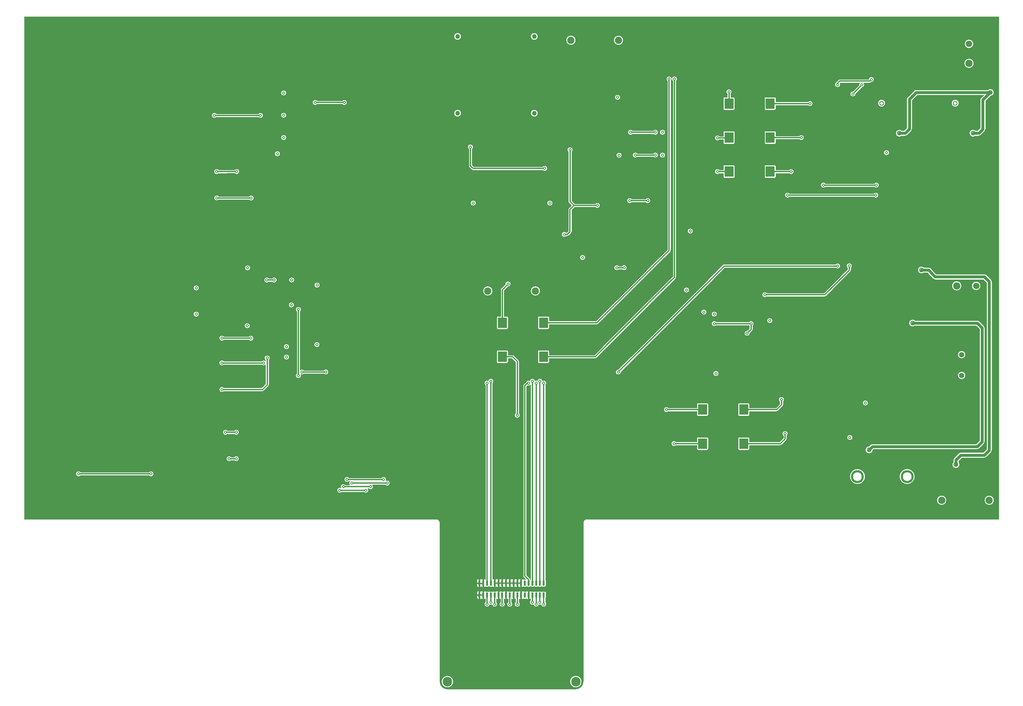
<source format=gbr>
G04 GENERATED BY PULSONIX 11.0 GERBER.DLL 8466*
G04 #@! TF.GenerationSoftware,Pulsonix,Pulsonix,11.0.8467*
G04 #@! TF.CreationDate,2021-12-19T21:00:55+00:00*
G04 #@! TF.Part,Single*
%FSLAX24Y24*%
%LPD*%
%MOIN*%
G04 #@! TF.FileFunction,Copper,L4,Bot*
G04 #@! TF.FilePolarity,Positive*
G04 #@! TA.AperFunction,ViaPad*
%ADD86C,0.0315X0.0157*%
%ADD87C,0.0512X0.0315*%
G04 #@! TA.AperFunction,Conductor*
%ADD88C,0.0118*%
%ADD89C,0.0315*%
G04 #@! TD.AperFunction*
%ADD90C,0.0984*%
G04 #@! TA.AperFunction,SMDPad,CuDef*
%ADD91R,0.0945X0.1102*%
G04 #@! TD.AperFunction*
%ADD92C,0.0551*%
%ADD93C,0.0748*%
%ADD94C,0.0669*%
%ADD95C,0.0500*%
G04 #@! TA.AperFunction,SMDPad,CuDef*
%ADD96R,0.0240X0.0539*%
G04 #@! TA.AperFunction,ComponentPad*
%ADD97C,0.1358X0.0906*%
G04 #@! TA.AperFunction,OtherCopper,Copper*
%ADD131C,0.0001*%
%ADD132C,0.0157*%
G04 #@! TD.AperFunction*
X0Y0D02*
D02*
D86*
X3436Y53888D03*
X4196Y26907D03*
X4423Y69585D03*
X4461Y39740D03*
X4834Y59275D03*
X5113Y33124D03*
X5290Y34973D03*
X5509Y23921D03*
X5694Y57808D03*
X6063Y46297D03*
X6429Y65765D03*
X6943Y61966D03*
X7047Y42134D03*
X7121Y35710D03*
X7294Y67598D03*
X7425Y50830D03*
X8406Y25197D03*
X8996Y23524D03*
Y31595D03*
X9581Y46592D03*
X9667Y33026D03*
X10187Y41580D03*
X10451Y64862D03*
X10711Y21336D03*
X11162Y35295D03*
Y37953D03*
X11752Y23524D03*
Y31595D03*
X11925Y53835D03*
X12100Y40373D03*
X12473Y70134D03*
X12599Y66190D03*
X12742Y32722D03*
X12838Y43258D03*
X12933Y23524D03*
Y31575D03*
X13701Y55645D03*
X14083Y46856D03*
X15295Y23524D03*
Y31614D03*
X15689Y23524D03*
Y31595D03*
X15944Y43011D03*
X15945Y25197D03*
X16352Y58374D03*
X16625Y66930D03*
X16978Y61784D03*
X17473Y33670D03*
X18488Y69586D03*
X18574Y31092D03*
X18730Y50210D03*
X19094Y51967D03*
X19523Y25531D03*
X19638Y46674D03*
X19772Y64780D03*
X19854Y40186D03*
X20339Y62875D03*
X20409Y27702D03*
X20669Y41831D03*
Y44567D03*
X20916Y32864D03*
X22559Y62540D03*
X22630Y52990D03*
X22795Y56693D03*
X22815Y53937D03*
X22838Y58057D03*
X22884Y24153D03*
X22990Y70009D03*
X23209Y70925D03*
X23347Y33977D03*
Y36752D03*
Y39331D03*
X23721Y29528D03*
X23809Y59849D03*
X24095Y26772D03*
X24218Y35984D03*
X24277Y72653D03*
X24843Y26772D03*
Y29528D03*
X24862Y40020D03*
X24882Y46044D03*
Y56697D03*
X24902Y52421D03*
X24912Y35689D03*
Y41713D03*
X25464Y25720D03*
X25773Y30718D03*
X25847Y50748D03*
X25984Y40630D03*
X26024Y46654D03*
X26358Y39331D03*
X26398Y53937D03*
X26932Y41179D03*
X27362Y62540D03*
X27402Y46346D03*
X27559Y54921D03*
X27648Y23894D03*
X27697Y36752D03*
X28032Y45394D03*
X28071Y37264D03*
X28169Y70925D03*
X28324Y30459D03*
X28484Y57343D03*
X28799Y45394D03*
X28922Y65857D03*
X29134Y58544D03*
X29189Y52736D03*
X29478Y58802D03*
X29666Y44095D03*
X29784Y46929D03*
Y60236D03*
Y62559D03*
Y64882D03*
X30079Y37362D03*
Y38445D03*
X30199Y40146D03*
X30295Y51516D03*
X30591Y42795D03*
X30610Y45394D03*
X30629Y46129D03*
X30671Y68869D03*
X31319Y35433D03*
Y42323D03*
X31497Y22485D03*
X31673Y35807D03*
X31997Y27909D03*
X32264Y34488D03*
X32284Y40689D03*
X32618Y37481D03*
X32638Y43662D03*
X33071Y63898D03*
X33248Y38662D03*
X33268Y44862D03*
X33838Y47583D03*
X34173Y35807D03*
X34576Y57240D03*
X34766Y24384D03*
X35277Y46038D03*
X35319Y28723D03*
X35374Y69390D03*
Y70394D03*
Y71398D03*
X35630Y23484D03*
X35667Y33533D03*
X35886Y22225D03*
X36004Y23858D03*
X36103Y63898D03*
X36116Y66364D03*
X36378Y24606D03*
X36870Y24232D03*
X37315Y68579D03*
X38347Y23484D03*
X38839Y23858D03*
X40197Y24606D03*
X40571Y24232D03*
X41213Y26264D03*
X42183Y51373D03*
X42444Y30798D03*
X42460Y41754D03*
X43797Y50188D03*
X44074Y45298D03*
X44092Y24202D03*
X44148Y72651D03*
X44469Y70414D03*
Y71398D03*
X44905Y36097D03*
X46118Y22846D03*
X46337Y56822D03*
X46340Y15248D03*
X46934Y71843D03*
X47003Y40922D03*
X47073Y36321D03*
X47529Y30310D03*
X47553Y42817D03*
X47566Y49185D03*
X47933Y49626D03*
X48409Y26217D03*
X48615Y71052D03*
X48694Y53463D03*
X49252Y59252D03*
X49547Y53406D03*
X49617Y11573D03*
X49626Y70276D03*
X50197Y11811D03*
Y31496D03*
X50270Y15484D03*
X50555Y39559D03*
X50583Y62481D03*
X50984Y11614D03*
Y34646D03*
X51378Y11811D03*
Y34843D03*
X51586Y4950D03*
X51655Y43605D03*
X51772Y11614D03*
X51961Y47298D03*
X52136Y64641D03*
X52166Y11811D03*
Y31496D03*
X52234Y25784D03*
X52559Y11614D03*
X52781Y58433D03*
X52883Y53849D03*
X52953Y11811D03*
Y31496D03*
X53169Y44975D03*
X53322Y35593D03*
X53347Y11614D03*
X53680Y44551D03*
X53740Y11831D03*
Y31496D03*
X54134Y11614D03*
Y31299D03*
X54190Y54013D03*
X54528Y11811D03*
Y31496D03*
Y47855D03*
X54949Y61915D03*
X55193Y10824D03*
X55315Y11614D03*
Y31496D03*
Y34646D03*
X55374Y49646D03*
X55480Y37645D03*
X55709Y11811D03*
Y34843D03*
X55925Y53406D03*
X55985Y65758D03*
X56103Y11614D03*
Y34646D03*
X56496Y11811D03*
Y34843D03*
X56890Y11614D03*
Y34646D03*
X56923Y70834D03*
X56987Y6683D03*
X56988Y57028D03*
X57134Y57845D03*
X57224Y47766D03*
X57540Y53406D03*
X58511Y12157D03*
X58603Y5702D03*
X58726Y17050D03*
X58765Y66823D03*
X59036Y50144D03*
X59090Y22719D03*
X59154Y39370D03*
X59331Y47736D03*
X59636Y58957D03*
X60356Y29395D03*
X60428Y70707D03*
X60851Y50801D03*
X60945Y47736D03*
X61111Y26484D03*
X61221Y66732D03*
X61653Y56534D03*
X62264Y45473D03*
X62343Y60668D03*
X62481Y53166D03*
Y54173D03*
Y54666D03*
X62708Y32536D03*
X62825Y25203D03*
X62973Y64410D03*
X63130Y58386D03*
X63314Y59812D03*
X63707Y43036D03*
X64253Y24726D03*
X64311Y34281D03*
X64508Y46673D03*
X64587Y64429D03*
X64666Y35807D03*
X64744Y58386D03*
X65151Y38344D03*
X65180Y67812D03*
X65276Y46673D03*
X65847Y53666D03*
X65866Y54173D03*
X65945Y60788D03*
X66437Y58406D03*
X66720Y21138D03*
X67736Y53662D03*
X68524Y58406D03*
Y60788D03*
X68599Y69606D03*
X68714Y55576D03*
X68812Y67261D03*
X68923Y27445D03*
X69097Y34611D03*
X69272Y58406D03*
Y60788D03*
X69508Y69764D03*
X69685Y31890D03*
X69784Y22697D03*
X69961Y66339D03*
X70473Y28347D03*
X70512Y66339D03*
Y69764D03*
X71044Y49902D03*
X71162Y44475D03*
X71184Y33732D03*
X71299Y46750D03*
X71516Y69764D03*
X71772Y44351D03*
X71929Y42047D03*
X71949Y39764D03*
X72166Y50492D03*
X72266Y53075D03*
X72520Y69764D03*
X73021Y23151D03*
X73504Y69764D03*
X73583Y42047D03*
X73739Y38494D03*
X74528Y69764D03*
X74666Y40847D03*
Y41839D03*
X74843Y35650D03*
X75000Y56693D03*
Y60197D03*
X75237Y33520D03*
X75469Y59231D03*
X75512Y69764D03*
X76201Y65000D03*
X76490Y21988D03*
X76516Y69764D03*
X76539Y27891D03*
X77877Y38614D03*
X78091Y39839D03*
Y41839D03*
X78110Y35669D03*
X78169Y57579D03*
X78272Y53713D03*
X78371Y33651D03*
X78504Y40847D03*
X78682Y49384D03*
X79523Y64846D03*
X79941Y43858D03*
X80345Y26763D03*
X80453Y38839D03*
Y41162D03*
X81673Y32933D03*
X81720Y62669D03*
X82047Y29390D03*
X82303Y54232D03*
X82360Y57104D03*
X82677Y56693D03*
X83051Y69784D03*
X83733Y60942D03*
X83740Y60236D03*
X84036Y69784D03*
X84525Y38128D03*
X84646Y63780D03*
X85020Y69784D03*
X85737Y66655D03*
X86024Y69784D03*
X86044Y55276D03*
X86488Y56519D03*
X86673Y32658D03*
X87028Y69784D03*
X87233Y26929D03*
X87520Y46851D03*
Y65748D03*
X87658Y29567D03*
X87851Y38997D03*
X88051Y69784D03*
X88272Y24149D03*
X88740Y46870D03*
X88799Y28977D03*
X89055Y69784D03*
X89067Y37184D03*
X89114Y64784D03*
X90040Y69784D03*
X90044Y65748D03*
X90141Y63944D03*
X90414Y32579D03*
X90577Y42551D03*
X91024Y69784D03*
X91044Y66280D03*
X91319Y38366D03*
X91457Y33169D03*
X91496Y54232D03*
X91555Y55276D03*
X91821Y55805D03*
X91851Y36614D03*
X92011Y47478D03*
X92047Y69784D03*
X92081Y50589D03*
X92618Y58662D03*
X92837Y44272D03*
X92952Y25131D03*
X93032Y69784D03*
X93092Y46238D03*
X93347Y42559D03*
X93563Y25512D03*
X93678Y33922D03*
X93957Y29567D03*
Y30591D03*
X94044Y69784D03*
X95564Y22999D03*
X96129Y21221D03*
X96162Y55906D03*
X97677Y70000D03*
X97780Y47111D03*
X97938Y67342D03*
X98437Y27318D03*
X98557Y68616D03*
X98615Y44365D03*
X98975Y37366D03*
X100706Y58099D03*
X101660Y40177D03*
X101752Y51969D03*
Y52973D03*
Y53957D03*
Y54961D03*
Y55965D03*
X101769Y50237D03*
X102138Y66370D03*
X102984Y57599D03*
X103698Y71905D03*
X103716Y25492D03*
X104080Y35824D03*
D02*
D87*
X90551Y60807D03*
X90571Y63071D03*
X90807Y27697D03*
X92106Y63819D03*
X92914Y63504D03*
X93957Y60689D03*
X95335Y40906D03*
X96260Y46437D03*
X98209Y36782D03*
X98229Y60788D03*
Y63071D03*
X99784Y63819D03*
X99862Y26162D03*
X100591Y63504D03*
X101634Y60689D03*
X101831Y26162D03*
X101969Y48327D03*
X103445Y64941D03*
D02*
D88*
X15807Y25197D02*
X8544D01*
X22697Y62540D02*
X27225D01*
X22933Y56693D02*
X23858D01*
Y56697D01*
X24744D01*
X23484Y33977D02*
X27571D01*
X28071Y34477D01*
Y37126D01*
X23484Y39331D02*
X26221D01*
X24705Y26772D02*
X24232D01*
X24705Y29528D02*
X23858D01*
X26260Y53937D02*
X22953D01*
X27559Y36752D02*
X23484D01*
X28662Y45394D02*
X28169D01*
X31319Y42185D02*
Y35571D01*
X33209Y63898D02*
X35965D01*
X34036Y35807D02*
X31811D01*
X35768Y23484D02*
X38209D01*
X36516Y24606D02*
X40059D01*
X38701Y23858D02*
X36142D01*
X40433Y24232D02*
X37008D01*
X49252Y59114D02*
Y57284D01*
X49508Y57028D01*
X56851D01*
X50197Y12559D02*
X50591D01*
X50197D02*
Y11949D01*
Y12559D02*
Y13780D01*
X50551D01*
X50591Y13819D01*
X50197Y13780D02*
Y13819D01*
X50591Y12559D02*
Y13819D01*
X50984Y11752D02*
Y12559D01*
Y13819D02*
Y34508D01*
X51378Y11949D02*
Y12559D01*
Y13819D02*
Y34705D01*
X51772Y11752D02*
Y12559D01*
X52166D02*
Y11949D01*
Y12559D02*
Y13819D01*
X52559D01*
X52166D02*
X51772D01*
X52559Y11752D02*
Y12559D01*
Y13819D02*
X52953D01*
X52579Y37402D02*
X53634D01*
X54134Y36902D01*
Y31437D01*
X52579Y40945D02*
Y44384D01*
X53072Y44877D01*
X52953Y12559D02*
Y11949D01*
Y12559D02*
Y13819D01*
X53347D01*
Y11752D02*
Y12559D01*
Y13819D02*
X53740D01*
Y12559D02*
Y11969D01*
Y12559D02*
Y13819D01*
X54134D01*
Y12559D02*
Y11752D01*
Y13819D02*
X54528D01*
Y12559D02*
Y11949D01*
Y12559D02*
Y13819D01*
X55315Y12559D02*
Y11752D01*
Y13819D02*
Y14154D01*
X54921Y14547D01*
Y34390D01*
X55177Y34646D01*
X55709Y11949D02*
Y12559D01*
Y13819D02*
Y34705D01*
X56103Y11752D02*
Y12559D01*
Y13819D02*
Y34508D01*
X56496Y11949D02*
Y12559D01*
Y13819D02*
Y34705D01*
X56870Y37402D02*
X62244D01*
X68858Y44024D01*
X70512Y45678D01*
Y66201D01*
X56870Y40945D02*
X62429D01*
X69961Y48477D01*
Y66201D01*
X56890Y11752D02*
Y12559D01*
Y13819D02*
Y34508D01*
X60040Y53166D02*
X59626Y52752D01*
Y50430D01*
X59341Y50144D01*
X59173D01*
X60040Y53166D02*
X59636Y53569D01*
Y58819D01*
X60040Y53166D02*
X62343D01*
X64646Y46673D02*
X65138D01*
X65984Y53666D02*
X67599D01*
X66083Y60788D02*
X68386D01*
X66575Y58406D02*
X68386D01*
X73445Y28347D02*
X70610D01*
X73445Y31890D02*
X69823D01*
X75138Y56693D02*
X76201D01*
X75138Y60197D02*
X76201D01*
Y60236D01*
Y63780D02*
Y64862D01*
X78366Y40847D02*
X74803D01*
X78504Y40709D02*
Y40250D01*
X78189Y39935D01*
X81673Y32795D02*
Y32390D01*
X81173Y31890D01*
X77736D01*
X82047Y29252D02*
Y28847D01*
X81547Y28347D01*
X77736D01*
X82441Y54232D02*
X91358D01*
X82540Y56693D02*
X80492D01*
X83603Y60236D02*
X80492D01*
X84508Y63780D02*
X80492D01*
X86181Y55276D02*
X91418D01*
X87382Y46851D02*
X75709D01*
X64763Y35905D01*
X87520Y65886D02*
Y65905D01*
X87737Y66122D01*
X90886D01*
X90946Y66182D01*
X88740Y46732D02*
Y46418D01*
X86181Y43858D01*
X80079D01*
X89212Y64881D02*
X89965Y65635D01*
D02*
D89*
X90807Y27697D02*
X91142Y28032D01*
X102067D01*
X102579Y28544D01*
Y40406D01*
X102079Y40906D01*
X95335D01*
X96260Y46437D02*
X97008D01*
X97402Y45994D01*
X97668Y45729D01*
X102827D01*
X103327Y45229D01*
Y27646D01*
X102827Y27146D01*
X100362D01*
X99862Y26646D01*
Y26162D01*
X103416Y64941D02*
X103445D01*
X103416D02*
X95709D01*
X95000Y64232D01*
Y61122D01*
X94567Y60689D01*
X93957D01*
X103416Y64941D02*
Y64921D01*
X102658Y64164D01*
Y61113D01*
X102234Y60689D01*
X101634D01*
D02*
D90*
X46851Y3544D03*
X60236D03*
D02*
D91*
X52579Y37402D03*
Y40945D03*
X56870Y37402D03*
Y40945D03*
X73445Y28347D03*
Y31890D03*
X76201Y56693D03*
Y60236D03*
Y63780D03*
X77736Y28347D03*
Y31890D03*
X80492Y56693D03*
Y60236D03*
Y63780D03*
D02*
D92*
X100453Y35453D03*
Y37618D03*
D02*
D93*
X51063Y44252D03*
X56024D03*
X59725Y70374D03*
X64685D03*
X98366Y22441D03*
X99937Y44784D03*
X101221Y67969D03*
X103327Y22441D03*
D02*
D94*
X101221Y70000D03*
X101969Y44784D03*
D02*
D95*
X47914Y62772D03*
Y70772D03*
X55906Y62772D03*
Y70772D03*
D02*
D96*
X50197Y12559D03*
Y13819D03*
X50591Y12559D03*
Y13819D03*
X50984Y12559D03*
Y13819D03*
X51378Y12559D03*
Y13819D03*
X51772Y12559D03*
Y13819D03*
X52166Y12559D03*
Y13819D03*
X52559Y12559D03*
Y13819D03*
X52953Y12559D03*
Y13819D03*
X53347Y12559D03*
Y13819D03*
X53740Y12559D03*
Y13819D03*
X54134Y12559D03*
Y13819D03*
X54528Y12559D03*
Y13819D03*
X54921Y12559D03*
Y13819D03*
X55315Y12559D03*
Y13819D03*
X55709Y12559D03*
Y13819D03*
X56103Y12559D03*
Y13819D03*
X56496Y12559D03*
Y13819D03*
X56890Y12559D03*
Y13819D03*
D02*
D97*
X89599Y24914D03*
X94772D03*
D02*
D131*
X46064Y3534D02*
G75*
G03*
X46833Y2756I778J0D01*
G01*
X60217D01*
G75*
G03*
X61023Y3563I0J807D01*
G01*
Y20079D01*
G75*
G02*
X61418Y20473I395J0D01*
G01*
X104331D01*
Y72834D01*
X2756D01*
Y20473D01*
X45669D01*
G75*
G02*
X46064Y20079I0J-394D01*
G01*
Y3543D01*
X46064Y3539D01*
X46064Y3534D01*
Y3534D01*
X15734Y25374D02*
G75*
G02*
X16221Y25197I211J-177D01*
G01*
G75*
G02*
X15734Y25020I-276J0D01*
G01*
X8617D01*
G75*
G02*
X8130Y25197I-211J177D01*
G01*
G75*
G02*
X8617Y25374I276J0D01*
G01*
X15734D01*
X20394Y41831D02*
G75*
G02*
X20945I276J0D01*
G01*
G75*
G02*
X20394I-275J0D01*
G01*
Y44567D02*
G75*
G02*
X20945I276J0D01*
G01*
G75*
G02*
X20394I-275J0D01*
G01*
X27151Y62717D02*
G75*
G02*
X27638Y62540I211J-177D01*
G01*
G75*
G02*
X27151Y62362I-276J0D01*
G01*
X22770D01*
G75*
G02*
X22283Y62540I-211J178D01*
G01*
G75*
G02*
X22770Y62717I276J0D01*
G01*
X27151D01*
X24671Y56874D02*
G75*
G02*
X25158Y56697I211J-177D01*
G01*
G75*
G02*
X24671Y56520I-276J0D01*
G01*
X23896D01*
X23858Y56516D01*
X23007D01*
G75*
G02*
X22520Y56693I-211J177D01*
G01*
G75*
G02*
X23007Y56870I276J0D01*
G01*
X23821D01*
X23858Y56874D01*
X24671D01*
X26187Y54115D02*
G75*
G02*
X26674Y53937I211J-178D01*
G01*
G75*
G02*
X26187Y53760I-276J0D01*
G01*
X23026D01*
G75*
G02*
X22539Y53937I-211J177D01*
G01*
G75*
G02*
X23026Y54115I276J0D01*
G01*
X26187D01*
X27795Y37264D02*
G75*
G02*
X28347I276J0D01*
G01*
G75*
G02*
X28248Y37053I-276J1D01*
G01*
Y34477D01*
G75*
G02*
X28196Y34351I-177J-1D01*
G01*
X27697Y33852D01*
G75*
G02*
X27571Y33799I-127J125D01*
G01*
X23558D01*
G75*
G02*
X23071Y33977I-211J178D01*
G01*
G75*
G02*
X23558Y34154I276J0D01*
G01*
X27498D01*
X27894Y34550D01*
Y36559D01*
G75*
G02*
X27486Y36575I-197J193D01*
G01*
X23558D01*
G75*
G02*
X23071Y36752I-211J177D01*
G01*
G75*
G02*
X23558Y36930I276J0D01*
G01*
X27486D01*
G75*
G02*
X27894Y36946I211J-177D01*
G01*
Y37053D01*
G75*
G02*
X27795Y37264I177J212D01*
G01*
X24632Y29705D02*
G75*
G02*
X25119Y29528I211J-177D01*
G01*
G75*
G02*
X24632Y29350I-276J0D01*
G01*
X23932D01*
G75*
G02*
X23445Y29528I-211J178D01*
G01*
G75*
G02*
X23932Y29705I276J0D01*
G01*
X24632D01*
Y26949D02*
G75*
G02*
X25119Y26772I211J-177D01*
G01*
G75*
G02*
X24632Y26594I-276J0D01*
G01*
X24306D01*
G75*
G02*
X23819Y26772I-211J178D01*
G01*
G75*
G02*
X24306Y26949I276J0D01*
G01*
X24632D01*
X26147Y39508D02*
G75*
G02*
X26634Y39331I211J-177D01*
G01*
G75*
G02*
X26147Y39154I-276J0D01*
G01*
X23558D01*
G75*
G02*
X23071Y39331I-211J177D01*
G01*
G75*
G02*
X23558Y39508I276J0D01*
G01*
X26147D01*
X25709Y40630D02*
G75*
G02*
X26260I276J0D01*
G01*
G75*
G02*
X25709I-275J0D01*
G01*
X25748Y46654D02*
G75*
G02*
X26300I276J0D01*
G01*
G75*
G02*
X25748I-276J0D01*
G01*
X28588Y45571D02*
G75*
G02*
X29075Y45394I211J-177D01*
G01*
G75*
G02*
X28588Y45217I-276J0D01*
G01*
X28243D01*
G75*
G02*
X27756Y45394I-211J177D01*
G01*
G75*
G02*
X28243Y45571I276J0D01*
G01*
X28588D01*
X28858Y58544D02*
G75*
G02*
X29410I276J0D01*
G01*
G75*
G02*
X28858I-276J0D01*
G01*
X29508Y60236D02*
G75*
G02*
X30059I276J0D01*
G01*
G75*
G02*
X29508I-275J0D01*
G01*
X29803Y37362D02*
G75*
G02*
X30355I276J0D01*
G01*
G75*
G02*
X29803I-276J0D01*
G01*
Y38445D02*
G75*
G02*
X30355I276J0D01*
G01*
G75*
G02*
X29803I-276J0D01*
G01*
X29508Y62559D02*
G75*
G02*
X30059I276J0D01*
G01*
G75*
G02*
X29508I-275J0D01*
G01*
Y64882D02*
G75*
G02*
X30059I276J0D01*
G01*
G75*
G02*
X29508I-275J0D01*
G01*
X30315Y42795D02*
G75*
G02*
X30867I276J0D01*
G01*
G75*
G02*
X30315I-276J0D01*
G01*
X30335Y45394D02*
G75*
G02*
X30886I276J0D01*
G01*
G75*
G02*
X30335I-275J0D01*
G01*
X33962Y35985D02*
G75*
G02*
X34449Y35807I211J-178D01*
G01*
G75*
G02*
X33962Y35630I-276J0D01*
G01*
X31885D01*
G75*
G02*
X31568Y35553I-211J178D01*
G01*
G75*
G02*
X31595Y35433I-250J-119D01*
G01*
G75*
G02*
X31043I-276J0D01*
G01*
G75*
G02*
X31142Y35644I276J-1D01*
G01*
Y42112D01*
G75*
G02*
X31043Y42323I177J212D01*
G01*
G75*
G02*
X31595I276J0D01*
G01*
G75*
G02*
X31496Y42112I-276J1D01*
G01*
Y36019D01*
G75*
G02*
X31885Y35985I177J-212D01*
G01*
X33962D01*
X35891Y64075D02*
G75*
G02*
X36378Y63898I211J-177D01*
G01*
G75*
G02*
X35891Y63720I-276J0D01*
G01*
X33282D01*
G75*
G02*
X32795Y63898I-211J178D01*
G01*
G75*
G02*
X33282Y64075I276J0D01*
G01*
X35891D01*
X40439Y24475D02*
G75*
G02*
X40847Y24232I132J-243D01*
G01*
G75*
G02*
X40360Y24055I-276J0D01*
G01*
X39032D01*
G75*
G02*
X39115Y23858I-193J-198D01*
G01*
G75*
G02*
X38628Y23681I-276J0D01*
G01*
X38540D01*
G75*
G02*
X38622Y23484I-194J-196D01*
G01*
G75*
G02*
X38135Y23307I-276J0D01*
G01*
X35841D01*
G75*
G02*
X35354Y23484I-211J177D01*
G01*
G75*
G02*
X35762Y23727I276J0D01*
G01*
G75*
G02*
X36215Y24036I242J132D01*
G01*
X36677D01*
G75*
G02*
Y24429I193J197D01*
G01*
X36589D01*
G75*
G02*
X36102Y24606I-211J177D01*
G01*
G75*
G02*
X36589Y24784I276J0D01*
G01*
X39986D01*
G75*
G02*
X40439Y24475I211J-177D01*
G01*
X32972Y38662D02*
G75*
G02*
X33524I276J0D01*
G01*
G75*
G02*
X32972I-276J0D01*
G01*
X32992Y44862D02*
G75*
G02*
X33544I276J0D01*
G01*
G75*
G02*
X32992I-276J0D01*
G01*
X46240Y3544D02*
G75*
G02*
X47461I611J0D01*
G01*
G75*
G02*
X46240I-610J0D01*
G01*
X47545Y62772D02*
G75*
G02*
X48282I369J0D01*
G01*
G75*
G02*
X47545I-368J0D01*
G01*
Y70772D02*
G75*
G02*
X48282I369J0D01*
G01*
G75*
G02*
X47545I-368J0D01*
G01*
X56777Y57205D02*
G75*
G02*
X57264Y57028I211J-177D01*
G01*
G75*
G02*
X56777Y56850I-276J0D01*
G01*
X49508D01*
G75*
G02*
X49382Y56903I1J178D01*
G01*
X49127Y57158D01*
G75*
G02*
X49075Y57284I125J125D01*
G01*
Y59041D01*
G75*
G02*
X48976Y59252I177J212D01*
G01*
G75*
G02*
X49528I276J0D01*
G01*
G75*
G02*
X49430Y59041I-275J0D01*
G01*
Y57357D01*
X49582Y57205D01*
X56777D01*
X57264Y53406D02*
G75*
G02*
X57815I276J0D01*
G01*
G75*
G02*
X57264I-275J0D01*
G01*
X57067Y11826D02*
G75*
G02*
X57166Y11614I-178J-212D01*
G01*
G75*
G02*
X56619Y11564I-276J0D01*
G01*
G75*
G02*
X56374I-122J247D01*
G01*
G75*
G02*
X55831I-271J50D01*
G01*
G75*
G02*
X55531Y12022I-123J247D01*
G01*
Y12174D01*
G75*
G02*
X55435Y12139I-96J114D01*
G01*
X55195D01*
G75*
G02*
X55091Y12182I1J150D01*
G01*
G75*
G02*
X55042Y12171I-50J107D01*
G01*
X54801D01*
G75*
G02*
X54752Y12182I1J118D01*
G01*
G75*
G02*
X54648Y12139I-105J107D01*
G01*
X54408D01*
G75*
G02*
X54311Y12174I0J151D01*
G01*
Y11826D01*
G75*
G02*
X54410Y11614I-178J-212D01*
G01*
G75*
G02*
X53858I-276J0D01*
G01*
G75*
G02*
X53957Y11826I277J0D01*
G01*
Y12174D01*
G75*
G02*
X53860Y12139I-97J116D01*
G01*
X53620D01*
G75*
G02*
X53524Y12174I0J149D01*
G01*
Y11826D01*
G75*
G02*
X53622Y11614I-178J-211D01*
G01*
G75*
G02*
X53071I-275J0D01*
G01*
G75*
G02*
X53169Y11826I276J1D01*
G01*
Y12174D01*
G75*
G02*
X53073Y12139I-96J114D01*
G01*
X52833D01*
G75*
G02*
X52737Y12174I0J149D01*
G01*
Y11826D01*
G75*
G02*
X52835Y11614I-178J-211D01*
G01*
G75*
G02*
X52283I-276J0D01*
G01*
G75*
G02*
X52382Y11826I277J0D01*
G01*
Y12174D01*
G75*
G02*
X52286Y12139I-96J114D01*
G01*
X52045D01*
G75*
G02*
X51949Y12174I0J149D01*
G01*
Y11826D01*
G75*
G02*
X52048Y11614I-178J-212D01*
G01*
G75*
G02*
X51501Y11564I-276J0D01*
G01*
G75*
G02*
X51256I-122J247D01*
G01*
G75*
G02*
X50709Y11614I-271J50D01*
G01*
G75*
G02*
X50807Y11826I276J1D01*
G01*
Y12174D01*
G75*
G02*
X50711Y12139I-96J114D01*
G01*
X50471D01*
G75*
G02*
X50394Y12161I1J151D01*
G01*
G75*
G02*
X50317Y12139I-78J129D01*
G01*
X50077D01*
G75*
G02*
X49927Y12289I0J150D01*
G01*
Y12829D01*
G75*
G02*
X50077Y12978I150J0D01*
G01*
X50317D01*
G75*
G02*
X50394Y12957I0J-150D01*
G01*
G75*
G02*
X50471Y12978I77J-129D01*
G01*
X50711D01*
G75*
G02*
X50815Y12936I0J-149D01*
G01*
G75*
G02*
X50864Y12947I50J-107D01*
G01*
X51105D01*
G75*
G02*
X51181Y12919I0J-117D01*
G01*
G75*
G02*
X51258Y12947I76J-90D01*
G01*
X51498D01*
G75*
G02*
X51575Y12919I1J-118D01*
G01*
G75*
G02*
X51652Y12947I76J-90D01*
G01*
X51892D01*
G75*
G02*
X51941Y12936I-1J-118D01*
G01*
G75*
G02*
X52045Y12978I104J-107D01*
G01*
X52286D01*
G75*
G02*
X52390Y12936I0J-149D01*
G01*
G75*
G02*
X52439Y12947I50J-107D01*
G01*
X52679D01*
G75*
G02*
X52729Y12936I0J-120D01*
G01*
G75*
G02*
X52833Y12978I104J-107D01*
G01*
X53073D01*
G75*
G02*
X53177Y12936I0J-149D01*
G01*
G75*
G02*
X53227Y12947I50J-109D01*
G01*
X53467D01*
G75*
G02*
X53516Y12936I-1J-118D01*
G01*
G75*
G02*
X53620Y12978I104J-107D01*
G01*
X53860D01*
G75*
G02*
X53965Y12936I1J-151D01*
G01*
G75*
G02*
X54014Y12947I50J-107D01*
G01*
X54254D01*
G75*
G02*
X54303Y12936I-1J-118D01*
G01*
G75*
G02*
X54408Y12978I104J-109D01*
G01*
X54648D01*
G75*
G02*
X54752Y12936I0J-149D01*
G01*
G75*
G02*
X54801Y12947I50J-107D01*
G01*
X55042D01*
G75*
G02*
X55091Y12936I-1J-118D01*
G01*
G75*
G02*
X55195Y12978I104J-107D01*
G01*
X55435D01*
G75*
G02*
X55540Y12936I1J-151D01*
G01*
G75*
G02*
X55589Y12947I50J-107D01*
G01*
X55829D01*
G75*
G02*
X55906Y12919I1J-118D01*
G01*
G75*
G02*
X55982Y12947I76J-89D01*
G01*
X56223D01*
G75*
G02*
X56299Y12919I0J-117D01*
G01*
G75*
G02*
X56376Y12947I76J-90D01*
G01*
X56616D01*
G75*
G02*
X56693Y12919I1J-118D01*
G01*
G75*
G02*
X56770Y12947I76J-90D01*
G01*
X57010D01*
G75*
G02*
X57128Y12829I0J-118D01*
G01*
Y12289D01*
G75*
G02*
X57067Y12186I-118J0D01*
G01*
Y11826D01*
X56767Y34893D02*
G75*
G02*
X57067Y34435I123J-247D01*
G01*
Y14193D01*
G75*
G02*
X57128Y14089I-58J-104D01*
G01*
Y13550D01*
G75*
G02*
X57010Y13431I-118J0D01*
G01*
X56770D01*
G75*
G02*
X56693Y13460I1J119D01*
G01*
G75*
G02*
X56616Y13431I-78J90D01*
G01*
X56376D01*
G75*
G02*
X56299Y13460I1J119D01*
G01*
G75*
G02*
X56223Y13431I-77J89D01*
G01*
X55982D01*
G75*
G02*
X55906Y13460I1J118D01*
G01*
G75*
G02*
X55829Y13431I-78J90D01*
G01*
X55589D01*
G75*
G02*
X55512Y13460I1J119D01*
G01*
G75*
G02*
X55435Y13431I-78J90D01*
G01*
X55195D01*
G75*
G02*
X55118Y13460I1J119D01*
G01*
G75*
G02*
X55042Y13431I-77J89D01*
G01*
X54801D01*
G75*
G02*
X54752Y13442I1J118D01*
G01*
G75*
G02*
X54648Y13400I-104J107D01*
G01*
X54408D01*
G75*
G02*
X54331Y13421I0J150D01*
G01*
G75*
G02*
X54254Y13400I-77J129D01*
G01*
X54014D01*
G75*
G02*
X53937Y13421I0J150D01*
G01*
G75*
G02*
X53860Y13400I-77J129D01*
G01*
X53620D01*
G75*
G02*
X53544Y13421I0J148D01*
G01*
G75*
G02*
X53467Y13400I-77J129D01*
G01*
X53227D01*
G75*
G02*
X53150Y13421I0J150D01*
G01*
G75*
G02*
X53073Y13400I-77J129D01*
G01*
X52833D01*
G75*
G02*
X52756Y13421I0J150D01*
G01*
G75*
G02*
X52679Y13400I-77J129D01*
G01*
X52439D01*
G75*
G02*
X52362Y13421I0J150D01*
G01*
G75*
G02*
X52286Y13400I-76J127D01*
G01*
X52045D01*
G75*
G02*
X51969Y13421I0J148D01*
G01*
G75*
G02*
X51892Y13400I-77J129D01*
G01*
X51652D01*
G75*
G02*
X51548Y13442I0J149D01*
G01*
G75*
G02*
X51498Y13431I-50J109D01*
G01*
X51258D01*
G75*
G02*
X51181Y13460I1J119D01*
G01*
G75*
G02*
X51105Y13431I-77J89D01*
G01*
X50864D01*
G75*
G02*
X50815Y13442I1J118D01*
G01*
G75*
G02*
X50711Y13400I-104J107D01*
G01*
X50471D01*
G75*
G02*
X50394Y13421I0J150D01*
G01*
G75*
G02*
X50317Y13400I-77J129D01*
G01*
X50077D01*
G75*
G02*
X49927Y13550I0J150D01*
G01*
Y14089D01*
G75*
G02*
X50077Y14239I150J0D01*
G01*
X50317D01*
G75*
G02*
X50394Y14218I0J-150D01*
G01*
G75*
G02*
X50471Y14239I77J-129D01*
G01*
X50711D01*
G75*
G02*
X50807Y14204I0J-149D01*
G01*
Y34435D01*
G75*
G02*
X51107Y34893I177J211D01*
G01*
G75*
G02*
X51654Y34843I271J-50D01*
G01*
G75*
G02*
X51556Y34632I-275J0D01*
G01*
Y14204D01*
G75*
G02*
X51652Y14239I96J-114D01*
G01*
X51892D01*
G75*
G02*
X51969Y14218I0J-150D01*
G01*
G75*
G02*
X52045Y14239I76J-127D01*
G01*
X52286D01*
G75*
G02*
X52362Y14218I0J-148D01*
G01*
G75*
G02*
X52439Y14239I77J-129D01*
G01*
X52679D01*
G75*
G02*
X52756Y14218I0J-150D01*
G01*
G75*
G02*
X52833Y14239I77J-129D01*
G01*
X53073D01*
G75*
G02*
X53150Y14218I0J-150D01*
G01*
G75*
G02*
X53227Y14239I77J-129D01*
G01*
X53467D01*
G75*
G02*
X53544Y14218I0J-150D01*
G01*
G75*
G02*
X53620Y14239I76J-127D01*
G01*
X53860D01*
G75*
G02*
X53937Y14218I0J-150D01*
G01*
G75*
G02*
X54014Y14239I77J-129D01*
G01*
X54254D01*
G75*
G02*
X54331Y14218I0J-150D01*
G01*
G75*
G02*
X54408Y14239I77J-129D01*
G01*
X54648D01*
G75*
G02*
X54752Y14197I0J-149D01*
G01*
G75*
G02*
X54801Y14207I47J-107D01*
G01*
X55011D01*
X54796Y14422D01*
G75*
G02*
X54744Y14547I124J125D01*
G01*
Y34390D01*
G75*
G02*
X54796Y34516I177J1D01*
G01*
X55052Y34771D01*
X55084Y34797D01*
G75*
G02*
X55438Y34893I231J-151D01*
G01*
G75*
G02*
X55980I271J-50D01*
G01*
G75*
G02*
X56225I123J-247D01*
G01*
G75*
G02*
X56767I271J-50D01*
G01*
X50571Y44252D02*
G75*
G02*
X51556I493J0D01*
G01*
G75*
G02*
X50571I-492J0D01*
G01*
X54311Y31511D02*
G75*
G02*
X54410Y31299I-178J-212D01*
G01*
G75*
G02*
X53858I-276J0D01*
G01*
G75*
G02*
X53957Y31511I277J0D01*
G01*
Y36828D01*
X53561Y37224D01*
X53170D01*
Y36851D01*
G75*
G02*
X53051Y36732I-119J0D01*
G01*
X52106D01*
G75*
G02*
X51988Y36851I0J119D01*
G01*
Y37953D01*
G75*
G02*
X52106Y38071I118J0D01*
G01*
X53051D01*
G75*
G02*
X53170Y37953I0J-118D01*
G01*
Y37579D01*
X53634D01*
G75*
G02*
X53760Y37527I1J-177D01*
G01*
X54259Y37028D01*
G75*
G02*
X54311Y36902I-125J-125D01*
G01*
Y31511D01*
X52894Y44975D02*
G75*
G02*
X53445I276J0D01*
G01*
G75*
G02*
X53146Y44700I-276J0D01*
G01*
X52756Y44311D01*
Y41615D01*
X53051D01*
G75*
G02*
X53170Y41496I0J-119D01*
G01*
Y40394D01*
G75*
G02*
X53051Y40276I-119J0D01*
G01*
X52106D01*
G75*
G02*
X51988Y40394I0J118D01*
G01*
Y41496D01*
G75*
G02*
X52106Y41615I118J0D01*
G01*
X52402D01*
Y44384D01*
G75*
G02*
X52454Y44510I177J1D01*
G01*
X52895Y44951D01*
X52894Y44975D01*
X55531Y44252D02*
G75*
G02*
X56516I493J0D01*
G01*
G75*
G02*
X55531I-492J0D01*
G01*
X70236Y66349D02*
G75*
G02*
X70788Y66339I276J-10D01*
G01*
G75*
G02*
X70689Y66128I-276J1D01*
G01*
Y45678D01*
G75*
G02*
X70637Y45552I-177J-1D01*
G01*
X68984Y43899D01*
X62370Y37277D01*
G75*
G02*
X62244Y37224I-127J125D01*
G01*
X57461D01*
Y36851D01*
G75*
G02*
X57343Y36732I-118J0D01*
G01*
X56398D01*
G75*
G02*
X56280Y36851I0J119D01*
G01*
Y37953D01*
G75*
G02*
X56398Y38071I118J0D01*
G01*
X57343D01*
G75*
G02*
X57461Y37953I0J-118D01*
G01*
Y37579D01*
X62171D01*
X68733Y44149D01*
X68733Y44149D01*
X70335Y45751D01*
Y66128D01*
G75*
G02*
X70236Y66328I176J212D01*
G01*
G75*
G02*
X70138Y66128I-275J11D01*
G01*
Y48477D01*
G75*
G02*
X70086Y48351I-177J-1D01*
G01*
X62555Y40820D01*
G75*
G02*
X62429Y40768I-125J125D01*
G01*
X57461D01*
Y40394D01*
G75*
G02*
X57343Y40276I-118J0D01*
G01*
X56398D01*
G75*
G02*
X56280Y40394I0J118D01*
G01*
Y41496D01*
G75*
G02*
X56398Y41615I118J0D01*
G01*
X57343D01*
G75*
G02*
X57461Y41496I0J-119D01*
G01*
Y41122D01*
X62356D01*
X69783Y48550D01*
Y66128D01*
G75*
G02*
X69685Y66339I177J211D01*
G01*
G75*
G02*
X70236Y66349I276J0D01*
G01*
X87309Y47028D02*
G75*
G02*
X87796Y46851I211J-177D01*
G01*
G75*
G02*
X87309Y46673I-276J0D01*
G01*
X75782D01*
X64940Y35831D01*
X64941Y35807D01*
G75*
G02*
X64390I-275J0D01*
G01*
G75*
G02*
X64689Y36082I276J0D01*
G01*
X75583Y46976D01*
G75*
G02*
X75709Y47028I125J-125D01*
G01*
X87309D01*
X88465Y46870D02*
G75*
G02*
X89016I276J0D01*
G01*
G75*
G02*
X88918Y46659I-275J0D01*
G01*
Y46418D01*
G75*
G02*
X88865Y46292I-178J1D01*
G01*
X86307Y43733D01*
G75*
G02*
X86181Y43681I-125J125D01*
G01*
X80152D01*
G75*
G02*
X79665Y43858I-211J177D01*
G01*
G75*
G02*
X80152Y44036I276J0D01*
G01*
X86108D01*
X88563Y46491D01*
Y46659D01*
G75*
G02*
X88465Y46870I177J211D01*
G01*
X88524Y28977D02*
G75*
G02*
X89075I276J0D01*
G01*
G75*
G02*
X88524I-275J0D01*
G01*
X89599Y25711D02*
G75*
G02*
X90396Y24914I0J-797D01*
G01*
G75*
G02*
X89599Y24116I-797J0D01*
G01*
G75*
G02*
X88801Y24914I0J798D01*
G01*
G75*
G02*
X89599Y25711I798J0D01*
G01*
X80177Y41162D02*
G75*
G02*
X80729I276J0D01*
G01*
G75*
G02*
X80177I-276J0D01*
G01*
X81398Y32933D02*
G75*
G02*
X81949I276J0D01*
G01*
G75*
G02*
X81851Y32722I-275J0D01*
G01*
Y32390D01*
G75*
G02*
X81798Y32264I-178J1D01*
G01*
X81299Y31765D01*
G75*
G02*
X81173Y31713I-125J125D01*
G01*
X78327D01*
Y31339D01*
G75*
G02*
X78209Y31220I-118J0D01*
G01*
X77264D01*
G75*
G02*
X77146Y31339I0J119D01*
G01*
Y32441D01*
G75*
G02*
X77264Y32559I118J0D01*
G01*
X78209D01*
G75*
G02*
X78327Y32441I0J-118D01*
G01*
Y32067D01*
X81100D01*
X81496Y32463D01*
Y32722D01*
G75*
G02*
X81398Y32933I177J211D01*
G01*
X81772Y29390D02*
G75*
G02*
X82323I276J0D01*
G01*
G75*
G02*
X82225Y29179I-275J0D01*
G01*
Y28847D01*
G75*
G02*
X82172Y28721I-178J1D01*
G01*
X81673Y28222D01*
G75*
G02*
X81547Y28169I-127J125D01*
G01*
X78327D01*
Y27795D01*
G75*
G02*
X78209Y27677I-118J0D01*
G01*
X77264D01*
G75*
G02*
X77146Y27795I0J118D01*
G01*
Y28898D01*
G75*
G02*
X77264Y29016I118J0D01*
G01*
X78209D01*
G75*
G02*
X78327Y28898I0J-118D01*
G01*
Y28524D01*
X81474D01*
X81870Y28920D01*
Y29179D01*
G75*
G02*
X81772Y29390I177J211D01*
G01*
X73918Y32559D02*
G75*
G02*
X74036Y32441I0J-118D01*
G01*
Y31339D01*
G75*
G02*
X73918Y31220I-118J0D01*
G01*
X72973D01*
G75*
G02*
X72854Y31339I0J119D01*
G01*
Y31713D01*
X69896D01*
G75*
G02*
X69409Y31890I-211J177D01*
G01*
G75*
G02*
X69896Y32067I276J0D01*
G01*
X72854D01*
Y32441D01*
G75*
G02*
X72973Y32559I119J0D01*
G01*
X73918D01*
Y29016D02*
G75*
G02*
X74036Y28898I0J-118D01*
G01*
Y27795D01*
G75*
G02*
X73918Y27677I-118J0D01*
G01*
X72973D01*
G75*
G02*
X72854Y27795I0J118D01*
G01*
Y28169D01*
X70684D01*
G75*
G02*
X70197Y28347I-211J178D01*
G01*
G75*
G02*
X70684Y28524I276J0D01*
G01*
X72854D01*
Y28898D01*
G75*
G02*
X72973Y29016I119J0D01*
G01*
X73918D01*
X73307Y42047D02*
G75*
G02*
X73859I276J0D01*
G01*
G75*
G02*
X73307I-276J0D01*
G01*
X78293Y41024D02*
G75*
G02*
X78780Y40847I211J-177D01*
G01*
G75*
G02*
X78681Y40635I-277J0D01*
G01*
Y40250D01*
G75*
G02*
X78629Y40125I-176J0D01*
G01*
X78366Y39861D01*
X78367Y39839D01*
G75*
G02*
X77815I-276J0D01*
G01*
G75*
G02*
X78116Y40113I275J0D01*
G01*
X78327Y40324D01*
Y40635D01*
X78293Y40669D01*
X74877D01*
G75*
G02*
X74390Y40847I-211J178D01*
G01*
G75*
G02*
X74877Y41024I276J0D01*
G01*
X78293D01*
X74567Y35650D02*
G75*
G02*
X75119I276J0D01*
G01*
G75*
G02*
X74567I-276J0D01*
G01*
X74390Y41839D02*
G75*
G02*
X74941I276J0D01*
G01*
G75*
G02*
X74390I-275J0D01*
G01*
X59626Y3544D02*
G75*
G02*
X60847I611J0D01*
G01*
G75*
G02*
X59626I-610J0D01*
G01*
X49272Y53406D02*
G75*
G02*
X49823I276J0D01*
G01*
G75*
G02*
X49272I-275J0D01*
G01*
X55537Y62772D02*
G75*
G02*
X56274I369J0D01*
G01*
G75*
G02*
X55537I-368J0D01*
G01*
Y70772D02*
G75*
G02*
X56274I369J0D01*
G01*
G75*
G02*
X55537I-368J0D01*
G01*
X62269Y53343D02*
G75*
G02*
X62756Y53166I211J-177D01*
G01*
G75*
G02*
X62269Y52988I-276J0D01*
G01*
X60113D01*
X59804Y52679D01*
Y50430D01*
G75*
G02*
X59751Y50304I-178J1D01*
G01*
X59466Y50019D01*
G75*
G02*
X59341Y49967I-125J124D01*
G01*
X59247D01*
G75*
G02*
X58760Y50144I-211J177D01*
G01*
G75*
G02*
X59247Y50321I276J0D01*
G01*
X59267D01*
X59449Y50503D01*
Y52752D01*
G75*
G02*
X59501Y52878I177J1D01*
G01*
X59789Y53166D01*
X59511Y53443D01*
G75*
G02*
X59459Y53569I125J125D01*
G01*
Y58746D01*
G75*
G02*
X59360Y58957I177J212D01*
G01*
G75*
G02*
X59912I276J0D01*
G01*
G75*
G02*
X59813Y58746I-276J1D01*
G01*
Y53643D01*
X60113Y53343D01*
X62269D01*
X60669Y47736D02*
G75*
G02*
X61221I276J0D01*
G01*
G75*
G02*
X60669I-276J0D01*
G01*
X59232Y70374D02*
G75*
G02*
X60217I493J0D01*
G01*
G75*
G02*
X59232I-492J0D01*
G01*
X64193D02*
G75*
G02*
X65178I493J0D01*
G01*
G75*
G02*
X64193I-492J0D01*
G01*
X65065Y46851D02*
G75*
G02*
X65552Y46673I211J-178D01*
G01*
G75*
G02*
X65065Y46496I-276J0D01*
G01*
X64719D01*
G75*
G02*
X64232Y46673I-211J177D01*
G01*
G75*
G02*
X64719Y46851I276J0D01*
G01*
X65065D01*
X64311Y64429D02*
G75*
G02*
X64863I276J0D01*
G01*
G75*
G02*
X64311I-276J0D01*
G01*
X64469Y58386D02*
G75*
G02*
X65020I276J0D01*
G01*
G75*
G02*
X64469I-275J0D01*
G01*
X67529Y53843D02*
G75*
G02*
X68012Y53662I208J-181D01*
G01*
G75*
G02*
X67522Y53488I-276J0D01*
G01*
X66058D01*
G75*
G02*
X65571Y53666I-211J178D01*
G01*
G75*
G02*
X66058Y53843I276J0D01*
G01*
X67529D01*
X68313Y60965D02*
G75*
G02*
X68800Y60788I211J-177D01*
G01*
G75*
G02*
X68313Y60610I-276J0D01*
G01*
X66156D01*
G75*
G02*
X65669Y60788I-211J178D01*
G01*
G75*
G02*
X66156Y60965I276J0D01*
G01*
X68313D01*
Y58583D02*
G75*
G02*
X68800Y58406I211J-177D01*
G01*
G75*
G02*
X68313Y58228I-276J0D01*
G01*
X66648D01*
G75*
G02*
X66161Y58406I-211J178D01*
G01*
G75*
G02*
X66648Y58583I276J0D01*
G01*
X68313D01*
X68996Y58406D02*
G75*
G02*
X69548I276J0D01*
G01*
G75*
G02*
X68996I-276J0D01*
G01*
Y60788D02*
G75*
G02*
X69548I276J0D01*
G01*
G75*
G02*
X68996I-276J0D01*
G01*
X71496Y44351D02*
G75*
G02*
X72048I276J0D01*
G01*
G75*
G02*
X71496I-276J0D01*
G01*
X71890Y50492D02*
G75*
G02*
X72441I276J0D01*
G01*
G75*
G02*
X71890I-275J0D01*
G01*
X76673Y57363D02*
G75*
G02*
X76792Y57244I0J-119D01*
G01*
Y56142D01*
G75*
G02*
X76673Y56024I-119J0D01*
G01*
X75729D01*
G75*
G02*
X75610Y56142I0J118D01*
G01*
Y56516D01*
X75211D01*
G75*
G02*
X74724Y56693I-211J177D01*
G01*
G75*
G02*
X75211Y56870I276J0D01*
G01*
X75610D01*
Y57244D01*
G75*
G02*
X75729Y57363I119J0D01*
G01*
X76673D01*
Y60906D02*
G75*
G02*
X76792Y60788I0J-118D01*
G01*
Y59685D01*
G75*
G02*
X76673Y59567I-119J0D01*
G01*
X75729D01*
G75*
G02*
X75610Y59685I0J118D01*
G01*
Y60020D01*
X75211D01*
G75*
G02*
X74724Y60197I-211J177D01*
G01*
G75*
G02*
X75211Y60374I276J0D01*
G01*
X75610D01*
Y60788D01*
G75*
G02*
X75729Y60906I119J0D01*
G01*
X76673D01*
Y64449D02*
G75*
G02*
X76792Y64331I0J-118D01*
G01*
Y63229D01*
G75*
G02*
X76673Y63110I-119J0D01*
G01*
X75729D01*
G75*
G02*
X75610Y63229I0J119D01*
G01*
Y64331D01*
G75*
G02*
X75729Y64449I119J0D01*
G01*
X76024D01*
Y64789D01*
G75*
G02*
X75925Y65000I177J212D01*
G01*
G75*
G02*
X76477I276J0D01*
G01*
G75*
G02*
X76378Y64789I-276J1D01*
G01*
Y64449D01*
X76673D01*
X83529Y60414D02*
G75*
G02*
X84016Y60236I211J-178D01*
G01*
G75*
G02*
X83529Y60059I-276J0D01*
G01*
X81083D01*
Y59685D01*
G75*
G02*
X80965Y59567I-118J0D01*
G01*
X80020D01*
G75*
G02*
X79902Y59685I0J118D01*
G01*
Y60788D01*
G75*
G02*
X80020Y60906I118J0D01*
G01*
X80965D01*
G75*
G02*
X81083Y60788I0J-118D01*
G01*
Y60414D01*
X83529D01*
X82466Y56870D02*
G75*
G02*
X82953Y56693I211J-177D01*
G01*
G75*
G02*
X82466Y56516I-276J0D01*
G01*
X81083D01*
Y56142D01*
G75*
G02*
X80965Y56024I-118J0D01*
G01*
X80020D01*
G75*
G02*
X79902Y56142I0J118D01*
G01*
Y57244D01*
G75*
G02*
X80020Y57363I118J0D01*
G01*
X80965D01*
G75*
G02*
X81083Y57244I0J-119D01*
G01*
Y56870D01*
X82466D01*
X91285Y54410D02*
G75*
G02*
X91772Y54232I211J-178D01*
G01*
G75*
G02*
X91285Y54055I-276J0D01*
G01*
X82515D01*
G75*
G02*
X82028Y54232I-211J177D01*
G01*
G75*
G02*
X82515Y54410I276J0D01*
G01*
X91285D01*
X90138Y32579D02*
G75*
G02*
X90689I276J0D01*
G01*
G75*
G02*
X90138I-275J0D01*
G01*
X102774Y40601D02*
G75*
G02*
X102855Y40405I-195J-195D01*
G01*
Y28544D01*
G75*
G02*
X102774Y28348I-276J-1D01*
G01*
X102262Y27837D01*
G75*
G02*
X102066Y27756I-195J195D01*
G01*
X91256D01*
X91181Y27681D01*
G75*
G02*
X90433Y27697I-374J16D01*
G01*
G75*
G02*
X90791Y28071I374J0D01*
G01*
X90947Y28227D01*
G75*
G02*
X91143Y28307I194J-196D01*
G01*
X101953D01*
X102303Y28658D01*
Y40291D01*
X101965Y40630D01*
X95588D01*
G75*
G02*
X94961Y40906I-253J276D01*
G01*
G75*
G02*
X95588Y41181I374J0D01*
G01*
X102078D01*
G75*
G02*
X102274Y41101I2J-276D01*
G01*
X102774Y40601D01*
X100059Y35453D02*
G75*
G02*
X100847I394J0D01*
G01*
G75*
G02*
X100059I-394J0D01*
G01*
Y37618D02*
G75*
G02*
X100847I394J0D01*
G01*
G75*
G02*
X100059I-394J0D01*
G01*
X94772Y25711D02*
G75*
G02*
X95569Y24914I0J-797D01*
G01*
G75*
G02*
X94772Y24116I-797J0D01*
G01*
G75*
G02*
X93974Y24914I0J798D01*
G01*
G75*
G02*
X94772Y25711I798J0D01*
G01*
X97874Y22441D02*
G75*
G02*
X98859I493J0D01*
G01*
G75*
G02*
X97874I-492J0D01*
G01*
X103522Y45424D02*
G75*
G02*
X103603Y45228I-195J-195D01*
G01*
Y27647D01*
G75*
G02*
X103522Y27451I-276J-1D01*
G01*
X103022Y26951D01*
G75*
G02*
X102826Y26870I-195J195D01*
G01*
X100477D01*
X100138Y26532D01*
Y26415D01*
G75*
G02*
X100237Y26162I-276J-254D01*
G01*
G75*
G02*
X99488I-374J0D01*
G01*
G75*
G02*
X99587Y26415I375J-1D01*
G01*
Y26645D01*
G75*
G02*
X99667Y26841I276J2D01*
G01*
X100167Y27341D01*
G75*
G02*
X100363Y27422I195J-195D01*
G01*
X102713D01*
X103051Y27760D01*
Y45114D01*
X102713Y45453D01*
X97668D01*
G75*
G02*
X97473Y45534I0J275D01*
G01*
X97207Y45799D01*
X97195Y45812D01*
X96884Y46161D01*
X96513D01*
G75*
G02*
X95886Y46437I-253J276D01*
G01*
G75*
G02*
X96513Y46713I374J0D01*
G01*
X97008D01*
G75*
G02*
X97214Y46620I0J-276D01*
G01*
X97602Y46184D01*
X97782Y46004D01*
X102826D01*
G75*
G02*
X103022Y45924I2J-276D01*
G01*
X103522Y45424D01*
X99445Y44784D02*
G75*
G02*
X100430I493J0D01*
G01*
G75*
G02*
X99445I-492J0D01*
G01*
X101516D02*
G75*
G02*
X102422I453J0D01*
G01*
G75*
G02*
X101516I-453J0D01*
G01*
X102835Y22441D02*
G75*
G02*
X103819I492J0D01*
G01*
G75*
G02*
X102835I-492J0D01*
G01*
X84435Y63957D02*
G75*
G02*
X84922Y63780I211J-177D01*
G01*
G75*
G02*
X84435Y63602I-276J0D01*
G01*
X81083D01*
Y63229D01*
G75*
G02*
X80965Y63110I-118J0D01*
G01*
X80020D01*
G75*
G02*
X79902Y63229I0J119D01*
G01*
Y64331D01*
G75*
G02*
X80020Y64449I118J0D01*
G01*
X80965D01*
G75*
G02*
X81083Y64331I0J-118D01*
G01*
Y63957D01*
X84435D01*
X91344Y55453D02*
G75*
G02*
X91831Y55276I211J-177D01*
G01*
G75*
G02*
X91344Y55098I-276J0D01*
G01*
X86255D01*
G75*
G02*
X85768Y55276I-211J178D01*
G01*
G75*
G02*
X86255Y55453I276J0D01*
G01*
X91344D01*
X90768Y66300D02*
G75*
G02*
X91319Y66280I275J-20D01*
G01*
G75*
G02*
X91020Y66005I-276J0D01*
G01*
X91012Y65997D01*
G75*
G02*
X90886Y65945I-125J125D01*
G01*
X90237D01*
G75*
G02*
X90054Y65473I-193J-196D01*
G01*
X89389Y64808D01*
X89390Y64784D01*
G75*
G02*
X88839I-275J0D01*
G01*
G75*
G02*
X89138Y65058I275J0D01*
G01*
X89773Y65693D01*
G75*
G02*
X89850Y65945I271J55D01*
G01*
X87810D01*
X87756Y65891D01*
G75*
G02*
X87796Y65748I-237J-143D01*
G01*
G75*
G02*
X87244I-276J0D01*
G01*
G75*
G02*
X87354Y65969I276J0D01*
G01*
G75*
G02*
X87395Y66031I165J-64D01*
G01*
X87611Y66247D01*
G75*
G02*
X87737Y66300I127J-125D01*
G01*
X90768D01*
X91732Y63819D02*
G75*
G02*
X92481I375J0D01*
G01*
G75*
G02*
X91732I-374J0D01*
G01*
X92343Y58662D02*
G75*
G02*
X92894I276J0D01*
G01*
G75*
G02*
X92343I-275J0D01*
G01*
X103192Y65217D02*
G75*
G02*
X103819Y64941I253J-276D01*
G01*
G75*
G02*
X103451Y64567I-374J0D01*
G01*
X102933Y64049D01*
Y61113D01*
G75*
G02*
X102853Y60918I-275J-1D01*
G01*
X102429Y60494D01*
G75*
G02*
X102234Y60413I-195J194D01*
G01*
X101887D01*
G75*
G02*
X101260Y60689I-253J276D01*
G01*
G75*
G02*
X101887Y60965I374J0D01*
G01*
X102120D01*
X102382Y61227D01*
Y64163D01*
G75*
G02*
X102463Y64359I276J1D01*
G01*
X102769Y64665D01*
X95823D01*
X95276Y64118D01*
Y61123D01*
G75*
G02*
X95195Y60927I-276J-1D01*
G01*
X94762Y60494D01*
G75*
G02*
X94566Y60413I-195J195D01*
G01*
X94210D01*
G75*
G02*
X93583Y60689I-253J276D01*
G01*
G75*
G02*
X94210Y60965I374J0D01*
G01*
X94453D01*
X94724Y61237D01*
Y64232D01*
G75*
G02*
X94805Y64427I275J0D01*
G01*
X95514Y65136D01*
G75*
G02*
X95710Y65217I195J-195D01*
G01*
X103192D01*
X99409Y63819D02*
G75*
G02*
X100158I375J0D01*
G01*
G75*
G02*
X99409I-374J0D01*
G01*
X100728Y67969D02*
G75*
G02*
X101713I493J0D01*
G01*
G75*
G02*
X100728I-492J0D01*
G01*
X100768Y70000D02*
G75*
G02*
X101674I453J0D01*
G01*
G75*
G02*
X100768I-453J0D01*
G01*
X46064Y3534D02*
G36*
X46064Y3534D02*
Y3534D01*
G75*
G03*
X46833Y2756I778J0D01*
G01*
X60217D01*
G75*
G03*
X61023Y3544I-1J807D01*
G01*
X60847D01*
G75*
G02*
X59626I-610J0D01*
G01*
X47461D01*
G75*
G02*
X46240I-610J0D01*
G01*
X46064D01*
Y3543D01*
X46064Y3539D01*
X46064Y3534D01*
G37*
X46064Y12158D02*
G36*
X46064Y12158D02*
Y3544D01*
X46240D01*
G75*
G02*
X47461I611J0D01*
G01*
X59626D01*
G75*
G02*
X60847I611J0D01*
G01*
X61023D01*
X61023Y3563D01*
Y12158D01*
X57067D01*
Y11826D01*
G75*
G02*
X57166Y11614I-178J-212D01*
G01*
G75*
G02*
X56619Y11564I-276J0D01*
G01*
G75*
G02*
X56374I-122J247D01*
G01*
G75*
G02*
X55831I-271J50D01*
G01*
G75*
G02*
X55433Y11811I-122J247D01*
G01*
G75*
G02*
X55531Y12022I275J0D01*
G01*
Y12158D01*
X55508D01*
G75*
G02*
X55435Y12139I-73J130D01*
G01*
X55195D01*
G75*
G02*
X55122Y12158I0J149D01*
G01*
X54721D01*
G75*
G02*
X54648Y12139I-73J130D01*
G01*
X54408D01*
G75*
G02*
X54334Y12158I-1J151D01*
G01*
X54311D01*
Y11826D01*
G75*
G02*
X54410Y11614I-178J-212D01*
G01*
G75*
G02*
X53858I-276J0D01*
G01*
G75*
G02*
X53957Y11826I277J0D01*
G01*
Y12158D01*
X53934D01*
G75*
G02*
X53860Y12139I-73J132D01*
G01*
X53620D01*
G75*
G02*
X53547Y12158I0J149D01*
G01*
X53524D01*
Y11826D01*
G75*
G02*
X53622Y11614I-178J-211D01*
G01*
G75*
G02*
X53071I-275J0D01*
G01*
G75*
G02*
X53169Y11826I276J1D01*
G01*
Y12158D01*
X53146D01*
G75*
G02*
X53073Y12139I-73J130D01*
G01*
X52833D01*
G75*
G02*
X52760Y12158I0J149D01*
G01*
X52737D01*
Y11826D01*
G75*
G02*
X52835Y11614I-178J-211D01*
G01*
G75*
G02*
X52283I-276J0D01*
G01*
G75*
G02*
X52382Y11826I277J0D01*
G01*
Y12158D01*
X52359D01*
G75*
G02*
X52286Y12139I-73J130D01*
G01*
X52045D01*
G75*
G02*
X51972Y12158I0J149D01*
G01*
X51949D01*
Y11826D01*
G75*
G02*
X52048Y11614I-178J-212D01*
G01*
G75*
G02*
X51501Y11564I-276J0D01*
G01*
G75*
G02*
X51256I-122J247D01*
G01*
G75*
G02*
X50709Y11614I-271J50D01*
G01*
G75*
G02*
X50807Y11826I276J1D01*
G01*
Y12158D01*
X50784D01*
G75*
G02*
X50711Y12139I-73J130D01*
G01*
X50471D01*
G75*
G02*
X50397Y12158I-1J151D01*
G01*
X50390D01*
G75*
G02*
X50317Y12139I-73J130D01*
G01*
X50077D01*
G75*
G02*
X50004Y12158I0J149D01*
G01*
X46064D01*
G37*
X2756Y22441D02*
G36*
X2756Y22441D02*
Y20473D01*
X45669D01*
G75*
G02*
X46064Y20079I0J-394D01*
G01*
Y12158D01*
X50004D01*
G75*
G02*
X49927Y12289I73J131D01*
G01*
Y12829D01*
G75*
G02*
X50077Y12978I150J0D01*
G01*
X50317D01*
G75*
G02*
X50394Y12957I0J-150D01*
G01*
G75*
G02*
X50471Y12978I77J-129D01*
G01*
X50711D01*
G75*
G02*
X50815Y12936I0J-149D01*
G01*
G75*
G02*
X50864Y12947I50J-107D01*
G01*
X51105D01*
G75*
G02*
X51181Y12919I0J-117D01*
G01*
G75*
G02*
X51258Y12947I76J-90D01*
G01*
X51498D01*
G75*
G02*
X51575Y12919I1J-118D01*
G01*
G75*
G02*
X51652Y12947I76J-90D01*
G01*
X51892D01*
G75*
G02*
X51941Y12936I-1J-118D01*
G01*
G75*
G02*
X52045Y12978I104J-107D01*
G01*
X52286D01*
G75*
G02*
X52390Y12936I0J-149D01*
G01*
G75*
G02*
X52439Y12947I50J-107D01*
G01*
X52679D01*
G75*
G02*
X52729Y12936I0J-120D01*
G01*
G75*
G02*
X52833Y12978I104J-107D01*
G01*
X53073D01*
G75*
G02*
X53177Y12936I0J-149D01*
G01*
G75*
G02*
X53227Y12947I50J-109D01*
G01*
X53467D01*
G75*
G02*
X53516Y12936I-1J-118D01*
G01*
G75*
G02*
X53620Y12978I104J-107D01*
G01*
X53860D01*
G75*
G02*
X53965Y12936I1J-151D01*
G01*
G75*
G02*
X54014Y12947I50J-107D01*
G01*
X54254D01*
G75*
G02*
X54303Y12936I-1J-118D01*
G01*
G75*
G02*
X54408Y12978I104J-109D01*
G01*
X54648D01*
G75*
G02*
X54752Y12936I0J-149D01*
G01*
G75*
G02*
X54801Y12947I50J-107D01*
G01*
X55042D01*
G75*
G02*
X55091Y12936I-1J-118D01*
G01*
G75*
G02*
X55195Y12978I104J-107D01*
G01*
X55435D01*
G75*
G02*
X55540Y12936I1J-151D01*
G01*
G75*
G02*
X55589Y12947I50J-107D01*
G01*
X55829D01*
G75*
G02*
X55906Y12919I1J-118D01*
G01*
G75*
G02*
X55982Y12947I76J-89D01*
G01*
X56223D01*
G75*
G02*
X56299Y12919I0J-117D01*
G01*
G75*
G02*
X56376Y12947I76J-90D01*
G01*
X56616D01*
G75*
G02*
X56693Y12919I1J-118D01*
G01*
G75*
G02*
X56770Y12947I76J-90D01*
G01*
X57010D01*
G75*
G02*
X57128Y12829I0J-118D01*
G01*
Y12289D01*
G75*
G02*
X57067Y12186I-118J0D01*
G01*
Y12158D01*
X61023D01*
Y20079D01*
G75*
G02*
X61418Y20473I395J0D01*
G01*
X104331D01*
Y22441D01*
X103819D01*
G75*
G02*
X102835I-492J0D01*
G01*
X98859D01*
G75*
G02*
X97874I-492J0D01*
G01*
X57067D01*
Y14193D01*
G75*
G02*
X57128Y14089I-58J-104D01*
G01*
Y13550D01*
G75*
G02*
X57010Y13431I-118J0D01*
G01*
X56770D01*
G75*
G02*
X56693Y13460I1J119D01*
G01*
G75*
G02*
X56616Y13431I-78J90D01*
G01*
X56376D01*
G75*
G02*
X56299Y13460I1J119D01*
G01*
G75*
G02*
X56223Y13431I-77J89D01*
G01*
X55982D01*
G75*
G02*
X55906Y13460I1J118D01*
G01*
G75*
G02*
X55829Y13431I-78J90D01*
G01*
X55589D01*
G75*
G02*
X55512Y13460I1J119D01*
G01*
G75*
G02*
X55435Y13431I-78J90D01*
G01*
X55195D01*
G75*
G02*
X55118Y13460I1J119D01*
G01*
G75*
G02*
X55042Y13431I-77J89D01*
G01*
X54801D01*
G75*
G02*
X54752Y13442I1J118D01*
G01*
G75*
G02*
X54648Y13400I-104J107D01*
G01*
X54408D01*
G75*
G02*
X54331Y13421I0J150D01*
G01*
G75*
G02*
X54254Y13400I-77J129D01*
G01*
X54014D01*
G75*
G02*
X53937Y13421I0J150D01*
G01*
G75*
G02*
X53860Y13400I-77J129D01*
G01*
X53620D01*
G75*
G02*
X53544Y13421I0J148D01*
G01*
G75*
G02*
X53467Y13400I-77J129D01*
G01*
X53227D01*
G75*
G02*
X53150Y13421I0J150D01*
G01*
G75*
G02*
X53073Y13400I-77J129D01*
G01*
X52833D01*
G75*
G02*
X52756Y13421I0J150D01*
G01*
G75*
G02*
X52679Y13400I-77J129D01*
G01*
X52439D01*
G75*
G02*
X52362Y13421I0J150D01*
G01*
G75*
G02*
X52286Y13400I-76J127D01*
G01*
X52045D01*
G75*
G02*
X51969Y13421I0J148D01*
G01*
G75*
G02*
X51892Y13400I-77J129D01*
G01*
X51652D01*
G75*
G02*
X51548Y13442I0J149D01*
G01*
G75*
G02*
X51498Y13431I-50J109D01*
G01*
X51258D01*
G75*
G02*
X51181Y13460I1J119D01*
G01*
G75*
G02*
X51105Y13431I-77J89D01*
G01*
X50864D01*
G75*
G02*
X50815Y13442I1J118D01*
G01*
G75*
G02*
X50711Y13400I-104J107D01*
G01*
X50471D01*
G75*
G02*
X50394Y13421I0J150D01*
G01*
G75*
G02*
X50317Y13400I-77J129D01*
G01*
X50077D01*
G75*
G02*
X49927Y13550I0J150D01*
G01*
Y14089D01*
G75*
G02*
X50077Y14239I150J0D01*
G01*
X50317D01*
G75*
G02*
X50394Y14218I0J-150D01*
G01*
G75*
G02*
X50471Y14239I77J-129D01*
G01*
X50711D01*
G75*
G02*
X50807Y14204I0J-149D01*
G01*
Y22441D01*
X2756D01*
G37*
X50394Y12161D02*
G36*
X50394Y12161D02*
X50390Y12158D01*
X50397D01*
X50394Y12161D01*
G37*
X50784Y12158D02*
G36*
X50784Y12158D02*
X50807D01*
Y12174D01*
X50784Y12158D01*
G37*
X51556Y22441D02*
G36*
X51556Y22441D02*
Y14204D01*
G75*
G02*
X51652Y14239I96J-114D01*
G01*
X51892D01*
G75*
G02*
X51969Y14218I0J-150D01*
G01*
G75*
G02*
X52045Y14239I76J-127D01*
G01*
X52286D01*
G75*
G02*
X52362Y14218I0J-148D01*
G01*
G75*
G02*
X52439Y14239I77J-129D01*
G01*
X52679D01*
G75*
G02*
X52756Y14218I0J-150D01*
G01*
G75*
G02*
X52833Y14239I77J-129D01*
G01*
X53073D01*
G75*
G02*
X53150Y14218I0J-150D01*
G01*
G75*
G02*
X53227Y14239I77J-129D01*
G01*
X53467D01*
G75*
G02*
X53544Y14218I0J-150D01*
G01*
G75*
G02*
X53620Y14239I76J-127D01*
G01*
X53860D01*
G75*
G02*
X53937Y14218I0J-150D01*
G01*
G75*
G02*
X54014Y14239I77J-129D01*
G01*
X54254D01*
G75*
G02*
X54331Y14218I0J-150D01*
G01*
G75*
G02*
X54408Y14239I77J-129D01*
G01*
X54648D01*
G75*
G02*
X54752Y14197I0J-149D01*
G01*
G75*
G02*
X54801Y14207I47J-107D01*
G01*
X55011D01*
X54796Y14422D01*
G75*
G02*
X54744Y14547I124J125D01*
G01*
Y22441D01*
X51556D01*
G37*
X51949Y12174D02*
G36*
X51949Y12174D02*
Y12158D01*
X51972D01*
X51949Y12174D01*
G37*
X52359Y12158D02*
G36*
X52359Y12158D02*
X52382D01*
Y12174D01*
X52359Y12158D01*
G37*
X52737Y12174D02*
G36*
X52737Y12174D02*
Y12158D01*
X52760D01*
X52737Y12174D01*
G37*
X53146Y12158D02*
G36*
X53146Y12158D02*
X53169D01*
Y12174D01*
X53146Y12158D01*
G37*
X53524Y12174D02*
G36*
X53524Y12174D02*
Y12158D01*
X53547D01*
X53524Y12174D01*
G37*
X53934Y12158D02*
G36*
X53934Y12158D02*
X53957D01*
Y12174D01*
X53934Y12158D01*
G37*
X54311Y12174D02*
G36*
X54311Y12174D02*
Y12158D01*
X54334D01*
X54311Y12174D01*
G37*
X54752Y12182D02*
G36*
X54752Y12182D02*
X54721Y12158D01*
X55122D01*
X55091Y12182D01*
G75*
G02*
X55042Y12171I-50J107D01*
G01*
X54801D01*
G75*
G02*
X54752Y12182I1J118D01*
G01*
G37*
X55508Y12158D02*
G36*
X55508Y12158D02*
X55531D01*
Y12174D01*
X55508Y12158D01*
G37*
X2756Y24045D02*
G36*
X2756Y24045D02*
Y22441D01*
X50807D01*
Y24045D01*
X40774D01*
G75*
G02*
X40368I-203J187D01*
G01*
X39041D01*
G75*
G02*
X39115Y23858I-202J-188D01*
G01*
G75*
G02*
X38628Y23681I-276J0D01*
G01*
X38540D01*
G75*
G02*
X38622Y23484I-194J-196D01*
G01*
G75*
G02*
X38135Y23307I-276J0D01*
G01*
X35841D01*
G75*
G02*
X35354Y23484I-211J177D01*
G01*
G75*
G02*
X35762Y23727I276J0D01*
G01*
G75*
G02*
X35728Y23858I241J132D01*
G01*
G75*
G02*
X35801Y24045I276J0D01*
G01*
X2756D01*
G37*
X36207D02*
G36*
X36207Y24045D02*
X36215Y24036D01*
X36677D01*
X36668Y24045D01*
X36207D01*
G37*
X51556D02*
G36*
X51556Y24045D02*
Y22441D01*
X54744D01*
Y24045D01*
X51556D01*
G37*
X57067D02*
G36*
X57067Y24045D02*
Y22441D01*
X97874D01*
G75*
G02*
X98859I493J0D01*
G01*
X102835D01*
G75*
G02*
X103819I492J0D01*
G01*
X104331D01*
Y24045D01*
X57067D01*
G37*
X2756Y25197D02*
G36*
X2756Y25197D02*
Y24045D01*
X35801D01*
G75*
G02*
X36207I203J-187D01*
G01*
X36668D01*
G75*
G02*
X36594Y24232I202J188D01*
G01*
G75*
G02*
X36677Y24429I276J-1D01*
G01*
X36589D01*
G75*
G02*
X36102Y24606I-211J177D01*
G01*
G75*
G02*
X36589Y24784I276J0D01*
G01*
X39986D01*
G75*
G02*
X40473Y24606I211J-178D01*
G01*
G75*
G02*
X40439Y24475I-275J1D01*
G01*
G75*
G02*
X40847Y24232I132J-243D01*
G01*
G75*
G02*
X40774Y24045I-276J0D01*
G01*
X50807D01*
Y25197D01*
X16221D01*
G75*
G02*
X15734Y25020I-276J0D01*
G01*
X8617D01*
G75*
G02*
X8130Y25197I-211J177D01*
G01*
X2756D01*
G37*
X39032Y24055D02*
G36*
X39032Y24055D02*
X39041Y24045D01*
X40368D01*
X40360Y24055D01*
X39032D01*
G37*
X51556Y25197D02*
G36*
X51556Y25197D02*
Y24045D01*
X54744D01*
Y25197D01*
X51556D01*
G37*
X57067D02*
G36*
X57067Y25197D02*
Y24045D01*
X104331D01*
Y25197D01*
X95517D01*
G75*
G02*
X95569Y24914I-744J-283D01*
G01*
G75*
G02*
X94772Y24116I-797J0D01*
G01*
G75*
G02*
X93974Y24914I0J798D01*
G01*
G75*
G02*
X94026Y25197I796J0D01*
G01*
X90344D01*
G75*
G02*
X90396Y24914I-744J-283D01*
G01*
G75*
G02*
X89599Y24116I-797J0D01*
G01*
G75*
G02*
X88801Y24914I0J798D01*
G01*
G75*
G02*
X88853Y25197I796J0D01*
G01*
X57067D01*
G37*
X2756Y26772D02*
G36*
X2756Y26772D02*
Y25197D01*
X8130D01*
G75*
G02*
X8617Y25374I276J0D01*
G01*
X15734D01*
G75*
G02*
X16221Y25197I211J-177D01*
G01*
X50807D01*
Y26772D01*
X25119D01*
G75*
G02*
X24632Y26594I-276J0D01*
G01*
X24306D01*
G75*
G02*
X23819Y26772I-211J178D01*
G01*
X2756D01*
G37*
X51556D02*
G36*
X51556Y26772D02*
Y25197D01*
X54744D01*
Y26772D01*
X51556D01*
G37*
X57067D02*
G36*
X57067Y26772D02*
Y25197D01*
X88853D01*
G75*
G02*
X89599Y25711I746J-284D01*
G01*
G75*
G02*
X90344Y25197I0J-797D01*
G01*
X94026D01*
G75*
G02*
X94772Y25711I746J-284D01*
G01*
G75*
G02*
X95517Y25197I0J-797D01*
G01*
X104331D01*
Y26772D01*
X100378D01*
X100138Y26532D01*
Y26415D01*
G75*
G02*
X100237Y26162I-276J-254D01*
G01*
G75*
G02*
X99488I-374J0D01*
G01*
G75*
G02*
X99587Y26415I375J-1D01*
G01*
Y26645D01*
Y26646D01*
G75*
G02*
X99617Y26772I276J1D01*
G01*
X57067D01*
G37*
X2756Y28977D02*
G36*
X2756Y28977D02*
Y26772D01*
X23819D01*
G75*
G02*
X24306Y26949I276J0D01*
G01*
X24632D01*
G75*
G02*
X25119Y26772I211J-177D01*
G01*
X50807D01*
Y28977D01*
X2756D01*
G37*
X51556D02*
G36*
X51556Y28977D02*
Y26772D01*
X54744D01*
Y28977D01*
X51556D01*
G37*
X57067D02*
G36*
X57067Y28977D02*
Y26772D01*
X99617D01*
G75*
G02*
X99667Y26841I245J-125D01*
G01*
X100167Y27341D01*
G75*
G02*
X100363Y27422I195J-195D01*
G01*
X102713D01*
X103051Y27760D01*
Y28977D01*
X102855D01*
Y28544D01*
Y28544D01*
G75*
G02*
X102774Y28348I-277J0D01*
G01*
X102262Y27837D01*
G75*
G02*
X102066Y27756I-195J195D01*
G01*
X91256D01*
X91181Y27681D01*
G75*
G02*
X90433Y27697I-374J16D01*
G01*
G75*
G02*
X90791Y28071I374J0D01*
G01*
X90947Y28227D01*
G75*
G02*
X91143Y28307I194J-196D01*
G01*
X101953D01*
X102303Y28658D01*
Y28977D01*
X89075D01*
G75*
G02*
X88524I-275J0D01*
G01*
X82225D01*
Y28847D01*
G75*
G02*
X82172Y28721I-178J1D01*
G01*
X81673Y28222D01*
G75*
G02*
X81547Y28169I-127J125D01*
G01*
X78327D01*
Y27795D01*
G75*
G02*
X78209Y27677I-118J0D01*
G01*
X77264D01*
G75*
G02*
X77146Y27795I0J118D01*
G01*
Y28898D01*
G75*
G02*
X77176Y28977I119J0D01*
G01*
X74006D01*
G75*
G02*
X74036Y28898I-89J-79D01*
G01*
Y27795D01*
G75*
G02*
X73918Y27677I-118J0D01*
G01*
X72973D01*
G75*
G02*
X72854Y27795I0J118D01*
G01*
Y28169D01*
X70684D01*
G75*
G02*
X70197Y28347I-211J178D01*
G01*
G75*
G02*
X70684Y28524I276J0D01*
G01*
X72854D01*
Y28898D01*
G75*
G02*
X72884Y28977I119J0D01*
G01*
X57067D01*
G37*
X78327Y28898D02*
G36*
X78327Y28898D02*
Y28524D01*
X81474D01*
X81870Y28920D01*
Y28977D01*
X78297D01*
G75*
G02*
X78327Y28898I-89J-79D01*
G01*
G37*
X100477Y26870D02*
G36*
X100477Y26870D02*
X100378Y26772D01*
X104331D01*
Y28977D01*
X103603D01*
Y27647D01*
Y27646D01*
G75*
G02*
X103522Y27451I-276J0D01*
G01*
X103022Y26951D01*
G75*
G02*
X102826Y26870I-195J195D01*
G01*
X100477D01*
G37*
X2756Y29528D02*
G36*
X2756Y29528D02*
Y28977D01*
X50807D01*
Y29528D01*
X25119D01*
G75*
G02*
X24632Y29350I-276J0D01*
G01*
X23932D01*
G75*
G02*
X23445Y29528I-211J178D01*
G01*
X2756D01*
G37*
X51556D02*
G36*
X51556Y29528D02*
Y28977D01*
X54744D01*
Y29528D01*
X51556D01*
G37*
X57067D02*
G36*
X57067Y29528D02*
Y28977D01*
X72884D01*
G75*
G02*
X72973Y29016I88J-80D01*
G01*
X73918D01*
G75*
G02*
X74006Y28977I0J-118D01*
G01*
X77176D01*
G75*
G02*
X77264Y29016I88J-79D01*
G01*
X78209D01*
G75*
G02*
X78297Y28977I0J-118D01*
G01*
X81870D01*
Y29179D01*
G75*
G02*
X81772Y29390I177J211D01*
G01*
G75*
G02*
X81809Y29528I276J0D01*
G01*
X57067D01*
G37*
X82225Y29179D02*
G36*
X82225Y29179D02*
Y28977D01*
X88524D01*
G75*
G02*
X89075I276J0D01*
G01*
X102303D01*
Y29528D01*
X82286D01*
G75*
G02*
X82323Y29390I-239J-138D01*
G01*
G75*
G02*
X82225Y29179I-275J0D01*
G01*
G37*
X102855Y29528D02*
G36*
X102855Y29528D02*
Y28977D01*
X103051D01*
Y29528D01*
X102855D01*
G37*
X103603D02*
G36*
X103603Y29528D02*
Y28977D01*
X104331D01*
Y29528D01*
X103603D01*
G37*
X2756Y32215D02*
G36*
X2756Y32215D02*
Y29528D01*
X23445D01*
G75*
G02*
X23932Y29705I276J0D01*
G01*
X24632D01*
G75*
G02*
X25119Y29528I211J-177D01*
G01*
X50807D01*
Y32215D01*
X2756D01*
G37*
X51556D02*
G36*
X51556Y32215D02*
Y29528D01*
X54744D01*
Y32215D01*
X54311D01*
Y31511D01*
G75*
G02*
X54410Y31299I-178J-212D01*
G01*
G75*
G02*
X53858I-276J0D01*
G01*
G75*
G02*
X53957Y31511I277J0D01*
G01*
Y32215D01*
X51556D01*
G37*
X57067D02*
G36*
X57067Y32215D02*
Y29528D01*
X81809D01*
G75*
G02*
X82286I239J-138D01*
G01*
X102303D01*
Y32215D01*
X81749D01*
X81299Y31765D01*
G75*
G02*
X81173Y31713I-125J125D01*
G01*
X78327D01*
Y31339D01*
G75*
G02*
X78209Y31220I-118J0D01*
G01*
X77264D01*
G75*
G02*
X77146Y31339I0J119D01*
G01*
Y32215D01*
X74036D01*
Y31339D01*
G75*
G02*
X73918Y31220I-118J0D01*
G01*
X72973D01*
G75*
G02*
X72854Y31339I0J119D01*
G01*
Y31713D01*
X69896D01*
G75*
G02*
X69409Y31890I-211J177D01*
G01*
G75*
G02*
X69896Y32067I276J0D01*
G01*
X72854D01*
Y32215D01*
X57067D01*
G37*
X78327D02*
G36*
X78327Y32215D02*
Y32067D01*
X81100D01*
X81247Y32215D01*
X78327D01*
G37*
X102855D02*
G36*
X102855Y32215D02*
Y29528D01*
X103051D01*
Y32215D01*
X102855D01*
G37*
X103603D02*
G36*
X103603Y32215D02*
Y29528D01*
X104331D01*
Y32215D01*
X103603D01*
G37*
X2756Y32579D02*
G36*
X2756Y32579D02*
Y32215D01*
X50807D01*
Y32579D01*
X2756D01*
G37*
X51556D02*
G36*
X51556Y32579D02*
Y32215D01*
X53957D01*
Y32579D01*
X51556D01*
G37*
X54311D02*
G36*
X54311Y32579D02*
Y32215D01*
X54744D01*
Y32579D01*
X54311D01*
G37*
X57067D02*
G36*
X57067Y32579D02*
Y32215D01*
X72854D01*
Y32441D01*
G75*
G02*
X72973Y32559I119J0D01*
G01*
X73918D01*
G75*
G02*
X74036Y32441I0J-118D01*
G01*
Y32215D01*
X77146D01*
Y32441D01*
G75*
G02*
X77264Y32559I118J0D01*
G01*
X78209D01*
G75*
G02*
X78327Y32441I0J-118D01*
G01*
Y32215D01*
X81247D01*
X81496Y32463D01*
Y32579D01*
X57067D01*
G37*
X81798Y32264D02*
G36*
X81798Y32264D02*
X81749Y32215D01*
X102303D01*
Y32579D01*
X90689D01*
G75*
G02*
X90138I-275J0D01*
G01*
X81851D01*
Y32390D01*
G75*
G02*
X81798Y32264I-178J1D01*
G01*
G37*
X102855Y32579D02*
G36*
X102855Y32579D02*
Y32215D01*
X103051D01*
Y32579D01*
X102855D01*
G37*
X103603D02*
G36*
X103603Y32579D02*
Y32215D01*
X104331D01*
Y32579D01*
X103603D01*
G37*
X2756Y35620D02*
G36*
X2756Y35620D02*
Y32579D01*
X50807D01*
Y34435D01*
G75*
G02*
X50709Y34646I177J211D01*
G01*
G75*
G02*
X51107Y34893I276J0D01*
G01*
G75*
G02*
X51654Y34843I271J-50D01*
G01*
G75*
G02*
X51556Y34632I-275J0D01*
G01*
Y32579D01*
X53957D01*
Y35620D01*
X34376D01*
G75*
G02*
X33971I-202J187D01*
G01*
X31876D01*
G75*
G02*
X31568Y35553I-202J187D01*
G01*
G75*
G02*
X31595Y35433I-250J-119D01*
G01*
G75*
G02*
X31043I-276J0D01*
G01*
G75*
G02*
X31116Y35620I276J0D01*
G01*
X28248D01*
Y34477D01*
G75*
G02*
X28196Y34351I-177J-1D01*
G01*
X27697Y33852D01*
G75*
G02*
X27571Y33799I-127J125D01*
G01*
X23558D01*
G75*
G02*
X23071Y33977I-211J178D01*
G01*
G75*
G02*
X23558Y34154I276J0D01*
G01*
X27498D01*
X27894Y34550D01*
Y35620D01*
X2756D01*
G37*
X54311D02*
G36*
X54311Y35620D02*
Y32579D01*
X54744D01*
Y34390D01*
G75*
G02*
X54796Y34516I177J1D01*
G01*
X55052Y34771D01*
X55084Y34797D01*
G75*
G02*
X55438Y34893I231J-151D01*
G01*
G75*
G02*
X55980I271J-50D01*
G01*
G75*
G02*
X56225I123J-247D01*
G01*
G75*
G02*
X56767I271J-50D01*
G01*
G75*
G02*
X57166Y34646I123J-247D01*
G01*
G75*
G02*
X57067Y34435I-276J1D01*
G01*
Y32579D01*
X81496D01*
Y32722D01*
G75*
G02*
X81398Y32933I177J211D01*
G01*
G75*
G02*
X81949I276J0D01*
G01*
G75*
G02*
X81851Y32722I-275J0D01*
G01*
Y32579D01*
X90138D01*
G75*
G02*
X90689I276J0D01*
G01*
X102303D01*
Y35620D01*
X100810D01*
G75*
G02*
X100847Y35453I-356J-166D01*
G01*
G75*
G02*
X100059I-394J0D01*
G01*
G75*
G02*
X100096Y35620I393J1D01*
G01*
X75117D01*
G75*
G02*
X74569I-274J30D01*
G01*
X64868D01*
G75*
G02*
X64463I-202J187D01*
G01*
X54311D01*
G37*
X102855D02*
G36*
X102855Y35620D02*
Y32579D01*
X103051D01*
Y35620D01*
X102855D01*
G37*
X103603D02*
G36*
X103603Y35620D02*
Y32579D01*
X104331D01*
Y35620D01*
X103603D01*
G37*
X2756Y37362D02*
G36*
X2756Y37362D02*
Y35620D01*
X27894D01*
Y36559D01*
G75*
G02*
X27486Y36575I-197J193D01*
G01*
X23558D01*
G75*
G02*
X23071Y36752I-211J177D01*
G01*
G75*
G02*
X23558Y36930I276J0D01*
G01*
X27486D01*
G75*
G02*
X27894Y36946I211J-177D01*
G01*
Y37053D01*
G75*
G02*
X27795Y37264I177J212D01*
G01*
G75*
G02*
X27813Y37362I275J0D01*
G01*
X2756D01*
G37*
X28248Y37053D02*
G36*
X28248Y37053D02*
Y35620D01*
X31116D01*
X31142Y35644D01*
Y37362D01*
X30355D01*
G75*
G02*
X29803I-276J0D01*
G01*
X28329D01*
G75*
G02*
X28347Y37264I-257J-98D01*
G01*
G75*
G02*
X28248Y37053I-276J1D01*
G01*
G37*
X31496Y37362D02*
G36*
X31496Y37362D02*
Y36019D01*
G75*
G02*
X31885Y35985I177J-212D01*
G01*
X33962D01*
G75*
G02*
X34449Y35807I211J-178D01*
G01*
G75*
G02*
X34376Y35620I-276J0D01*
G01*
X53957D01*
Y36828D01*
X53561Y37224D01*
X53170D01*
Y36851D01*
G75*
G02*
X53051Y36732I-119J0D01*
G01*
X52106D01*
G75*
G02*
X51988Y36851I0J119D01*
G01*
Y37362D01*
X31496D01*
G37*
X31885Y35630D02*
G36*
X31885Y35630D02*
X31876Y35620D01*
X33971D01*
X33962Y35630D01*
X31885D01*
G37*
X53924Y37362D02*
G36*
X53924Y37362D02*
X54259Y37028D01*
G75*
G02*
X54311Y36902I-125J-125D01*
G01*
Y35620D01*
X64463D01*
G75*
G02*
X64390Y35807I203J187D01*
G01*
G75*
G02*
X64689Y36082I276J0D01*
G01*
X65970Y37362D01*
X62456D01*
X62370Y37277D01*
G75*
G02*
X62244Y37224I-127J125D01*
G01*
X57461D01*
Y36851D01*
G75*
G02*
X57343Y36732I-118J0D01*
G01*
X56398D01*
G75*
G02*
X56280Y36851I0J119D01*
G01*
Y37362D01*
X53924D01*
G37*
X64941Y35807D02*
G36*
X64941Y35807D02*
G75*
G02*
X64868Y35620I-276J0D01*
G01*
X74569D01*
X74567Y35650D01*
G75*
G02*
X75119I276J0D01*
G01*
X75117Y35620D01*
X100096D01*
G75*
G02*
X100810I357J-168D01*
G01*
X102303D01*
Y37362D01*
X100752D01*
G75*
G02*
X100154I-299J256D01*
G01*
X66471D01*
X64940Y35831D01*
X64941Y35807D01*
G37*
X102855Y37362D02*
G36*
X102855Y37362D02*
Y35620D01*
X103051D01*
Y37362D01*
X102855D01*
G37*
X103603D02*
G36*
X103603Y37362D02*
Y35620D01*
X104331D01*
Y37362D01*
X103603D01*
G37*
X2756Y38445D02*
G36*
X2756Y38445D02*
Y37362D01*
X27813D01*
G75*
G02*
X28329I258J-99D01*
G01*
X29803D01*
G75*
G02*
X30355I276J0D01*
G01*
X31142D01*
Y38445D01*
X30355D01*
G75*
G02*
X29803I-276J0D01*
G01*
X2756D01*
G37*
X31496D02*
G36*
X31496Y38445D02*
Y37362D01*
X51988D01*
Y37953D01*
G75*
G02*
X52106Y38071I118J0D01*
G01*
X53051D01*
G75*
G02*
X53170Y37953I0J-118D01*
G01*
Y37579D01*
X53634D01*
G75*
G02*
X53760Y37527I1J-177D01*
G01*
X53924Y37362D01*
X56280D01*
Y37953D01*
G75*
G02*
X56398Y38071I118J0D01*
G01*
X57343D01*
G75*
G02*
X57461Y37953I0J-118D01*
G01*
Y37579D01*
X62171D01*
X63036Y38445D01*
X33419D01*
G75*
G02*
X33077I-171J217D01*
G01*
X31496D01*
G37*
X63537D02*
G36*
X63537Y38445D02*
X62456Y37362D01*
X65970D01*
X67053Y38445D01*
X63537D01*
G37*
X67554D02*
G36*
X67554Y38445D02*
X66471Y37362D01*
X100154D01*
G75*
G02*
X100059Y37618I299J257D01*
G01*
G75*
G02*
X100847I394J0D01*
G01*
G75*
G02*
X100752Y37362I-394J1D01*
G01*
X102303D01*
Y38445D01*
X67554D01*
G37*
X102855D02*
G36*
X102855Y38445D02*
Y37362D01*
X103051D01*
Y38445D01*
X102855D01*
G37*
X103603D02*
G36*
X103603Y38445D02*
Y37362D01*
X104331D01*
Y38445D01*
X103603D01*
G37*
X2756Y39331D02*
G36*
X2756Y39331D02*
Y38445D01*
X29803D01*
G75*
G02*
X30355I276J0D01*
G01*
X31142D01*
Y39331D01*
X26634D01*
G75*
G02*
X26147Y39154I-276J0D01*
G01*
X23558D01*
G75*
G02*
X23071Y39331I-211J177D01*
G01*
X2756D01*
G37*
X31496D02*
G36*
X31496Y39331D02*
Y38445D01*
X33077D01*
G75*
G02*
X32972Y38662I171J217D01*
G01*
G75*
G02*
X33524I276J0D01*
G01*
G75*
G02*
X33419Y38445I-276J0D01*
G01*
X63036D01*
X63920Y39331D01*
X31496D01*
G37*
X64422D02*
G36*
X64422Y39331D02*
X63537Y38445D01*
X67053D01*
X67938Y39331D01*
X64422D01*
G37*
X68440D02*
G36*
X68440Y39331D02*
X67554Y38445D01*
X102303D01*
Y39331D01*
X68440D01*
G37*
X102855D02*
G36*
X102855Y39331D02*
Y38445D01*
X103051D01*
Y39331D01*
X102855D01*
G37*
X103603D02*
G36*
X103603Y39331D02*
Y38445D01*
X104331D01*
Y39331D01*
X103603D01*
G37*
X2756Y40630D02*
G36*
X2756Y40630D02*
Y39331D01*
X23071D01*
G75*
G02*
X23558Y39508I276J0D01*
G01*
X26147D01*
G75*
G02*
X26634Y39331I211J-177D01*
G01*
X31142D01*
Y40630D01*
X26260D01*
G75*
G02*
X25709I-275J0D01*
G01*
X2756D01*
G37*
X31496D02*
G36*
X31496Y40630D02*
Y39331D01*
X63920D01*
X65218Y40630D01*
X57461D01*
Y40394D01*
G75*
G02*
X57343Y40276I-118J0D01*
G01*
X56398D01*
G75*
G02*
X56280Y40394I0J118D01*
G01*
Y40630D01*
X53170D01*
Y40394D01*
G75*
G02*
X53051Y40276I-119J0D01*
G01*
X52106D01*
G75*
G02*
X51988Y40394I0J118D01*
G01*
Y40630D01*
X31496D01*
G37*
X65719D02*
G36*
X65719Y40630D02*
X64422Y39331D01*
X67938D01*
X69238Y40630D01*
X65719D01*
G37*
X69739D02*
G36*
X69739Y40630D02*
X68440Y39331D01*
X102303D01*
Y40291D01*
X101965Y40630D01*
X95588D01*
G75*
G02*
X95082Y40630I-253J276D01*
G01*
X78681D01*
Y40250D01*
G75*
G02*
X78629Y40125I-176J0D01*
G01*
X78366Y39861D01*
X78367Y39839D01*
G75*
G02*
X77815I-276J0D01*
G01*
G75*
G02*
X78116Y40113I275J0D01*
G01*
X78327Y40324D01*
Y40630D01*
X74836D01*
G75*
G02*
X74495I-170J216D01*
G01*
X69739D01*
G37*
X102745D02*
G36*
X102745Y40630D02*
X102774Y40601D01*
G75*
G02*
X102855Y40406I-195J-195D01*
G01*
Y40405D01*
Y39331D01*
X103051D01*
Y40630D01*
X102745D01*
G37*
X103603D02*
G36*
X103603Y40630D02*
Y39331D01*
X104331D01*
Y40630D01*
X103603D01*
G37*
X2756Y41162D02*
G36*
X2756Y41162D02*
Y40630D01*
X25709D01*
G75*
G02*
X26260I276J0D01*
G01*
X31142D01*
Y41162D01*
X2756D01*
G37*
X31496D02*
G36*
X31496Y41162D02*
Y40630D01*
X51988D01*
Y41162D01*
X31496D01*
G37*
X53170D02*
G36*
X53170Y41162D02*
Y40630D01*
X56280D01*
Y41162D01*
X53170D01*
G37*
X57461Y40768D02*
G36*
X57461Y40768D02*
Y40630D01*
X65218D01*
X65749Y41162D01*
X62897D01*
X62555Y40820D01*
G75*
G02*
X62429Y40768I-125J125D01*
G01*
X57461D01*
G37*
Y41162D02*
G36*
X57461Y41162D02*
Y41122D01*
X62356D01*
X62395Y41162D01*
X57461D01*
G37*
X66250D02*
G36*
X66250Y41162D02*
X65719Y40630D01*
X69238D01*
X69769Y41162D01*
X66250D01*
G37*
X70271D02*
G36*
X70271Y41162D02*
X69739Y40630D01*
X74495D01*
G75*
G02*
X74390Y40847I171J217D01*
G01*
G75*
G02*
X74877Y41024I276J0D01*
G01*
X78293D01*
G75*
G02*
X78780Y40847I211J-177D01*
G01*
G75*
G02*
X78681Y40635I-277J0D01*
G01*
Y40630D01*
X95082D01*
G75*
G02*
X94961Y40906I254J276D01*
G01*
G75*
G02*
X95062Y41162I374J0D01*
G01*
X80729D01*
G75*
G02*
X80177I-276J0D01*
G01*
X70271D01*
G37*
X74877Y40669D02*
G36*
X74877Y40669D02*
X74836Y40630D01*
X78327D01*
Y40635D01*
X78293Y40669D01*
X74877D01*
G37*
X102182Y41162D02*
G36*
X102182Y41162D02*
G75*
G02*
X102274Y41101I-103J-255D01*
G01*
X102745Y40630D01*
X103051D01*
Y41162D01*
X102182D01*
G37*
X103603D02*
G36*
X103603Y41162D02*
Y40630D01*
X104331D01*
Y41162D01*
X103603D01*
G37*
X2756Y41831D02*
G36*
X2756Y41831D02*
Y41162D01*
X31142D01*
Y41831D01*
X20945D01*
G75*
G02*
X20394I-275J0D01*
G01*
X2756D01*
G37*
X31496D02*
G36*
X31496Y41831D02*
Y41162D01*
X51988D01*
Y41496D01*
G75*
G02*
X52106Y41615I118J0D01*
G01*
X52402D01*
Y41831D01*
X31496D01*
G37*
X52756D02*
G36*
X52756Y41831D02*
Y41615D01*
X53051D01*
G75*
G02*
X53170Y41496I0J-119D01*
G01*
Y41162D01*
X56280D01*
Y41496D01*
G75*
G02*
X56398Y41615I118J0D01*
G01*
X57343D01*
G75*
G02*
X57461Y41496I0J-119D01*
G01*
Y41162D01*
X62395D01*
X63064Y41831D01*
X52756D01*
G37*
X63566D02*
G36*
X63566Y41831D02*
X62897Y41162D01*
X65749D01*
X66417Y41831D01*
X63566D01*
G37*
X66919D02*
G36*
X66919Y41831D02*
X66250Y41162D01*
X69769D01*
X70438Y41831D01*
X66919D01*
G37*
X70940D02*
G36*
X70940Y41831D02*
X70271Y41162D01*
X80177D01*
G75*
G02*
X80729I276J0D01*
G01*
X95062D01*
G75*
G02*
X95588Y41181I273J-256D01*
G01*
X102078D01*
G75*
G02*
X102182Y41162I3J-277D01*
G01*
X103051D01*
Y41831D01*
X74941D01*
G75*
G02*
X74390I-275J8D01*
G01*
X73754D01*
G75*
G02*
X73412I-171J217D01*
G01*
X70940D01*
G37*
X103603D02*
G36*
X103603Y41831D02*
Y41162D01*
X104331D01*
Y41831D01*
X103603D01*
G37*
X2756Y42795D02*
G36*
X2756Y42795D02*
Y41831D01*
X20394D01*
G75*
G02*
X20945I276J0D01*
G01*
X31142D01*
Y42112D01*
G75*
G02*
X31043Y42323I177J212D01*
G01*
G75*
G02*
X31595I276J0D01*
G01*
G75*
G02*
X31496Y42112I-276J1D01*
G01*
Y41831D01*
X52402D01*
Y42795D01*
X30867D01*
G75*
G02*
X30315I-276J0D01*
G01*
X2756D01*
G37*
X52756D02*
G36*
X52756Y42795D02*
Y41831D01*
X63064D01*
X64029Y42795D01*
X52756D01*
G37*
X64531D02*
G36*
X64531Y42795D02*
X63566Y41831D01*
X66417D01*
X67381Y42795D01*
X64531D01*
G37*
X67882D02*
G36*
X67882Y42795D02*
X66919Y41831D01*
X70438D01*
X71403Y42795D01*
X67882D01*
G37*
X71905D02*
G36*
X71905Y42795D02*
X70940Y41831D01*
X73412D01*
G75*
G02*
X73307Y42047I170J216D01*
G01*
G75*
G02*
X73859I276J0D01*
G01*
G75*
G02*
X73754Y41831I-275J0D01*
G01*
X74390D01*
X74390Y41839D01*
G75*
G02*
X74941I276J0D01*
G01*
X74941Y41831D01*
X103051D01*
Y42795D01*
X71905D01*
G37*
X103603D02*
G36*
X103603Y42795D02*
Y41831D01*
X104331D01*
Y42795D01*
X103603D01*
G37*
X2756Y44567D02*
G36*
X2756Y44567D02*
Y42795D01*
X30315D01*
G75*
G02*
X30867I276J0D01*
G01*
X52402D01*
Y44384D01*
G75*
G02*
X52454Y44510I177J1D01*
G01*
X52511Y44567D01*
X51442D01*
G75*
G02*
X51556Y44252I-378J-315D01*
G01*
G75*
G02*
X50571I-492J0D01*
G01*
G75*
G02*
X50685Y44567I492J0D01*
G01*
X20945D01*
G75*
G02*
X20394I-275J0D01*
G01*
X2756D01*
G37*
X52756Y44311D02*
G36*
X52756Y44311D02*
Y42795D01*
X64029D01*
X65801Y44567D01*
X56402D01*
G75*
G02*
X56516Y44252I-378J-315D01*
G01*
G75*
G02*
X55531I-492J0D01*
G01*
G75*
G02*
X55645Y44567I492J0D01*
G01*
X53013D01*
X52756Y44311D01*
G37*
X66302Y44567D02*
G36*
X66302Y44567D02*
X64531Y42795D01*
X67381D01*
X68733Y44149D01*
X68733Y44149D01*
X69151Y44567D01*
X66302D01*
G37*
X68984Y43899D02*
G36*
X68984Y43899D02*
X67882Y42795D01*
X71403D01*
X73175Y44567D01*
X71943D01*
G75*
G02*
X72048Y44351I-170J-216D01*
G01*
G75*
G02*
X71496I-276J0D01*
G01*
G75*
G02*
X71601Y44567I275J0D01*
G01*
X69652D01*
X68984Y43899D01*
G37*
X73676Y44567D02*
G36*
X73676Y44567D02*
X71905Y42795D01*
X103051D01*
Y44567D01*
X102367D01*
G75*
G02*
X101571I-398J217D01*
G01*
X100379D01*
G75*
G02*
X99495I-442J216D01*
G01*
X87141D01*
X86307Y43733D01*
G75*
G02*
X86181Y43681I-125J125D01*
G01*
X80152D01*
G75*
G02*
X79665Y43858I-211J177D01*
G01*
G75*
G02*
X80152Y44036I276J0D01*
G01*
X86108D01*
X86639Y44567D01*
X73676D01*
G37*
X103603D02*
G36*
X103603Y44567D02*
Y42795D01*
X104331D01*
Y44567D01*
X103603D01*
G37*
X2756Y44862D02*
G36*
X2756Y44862D02*
Y44567D01*
X20394D01*
G75*
G02*
X20945I276J0D01*
G01*
X50685D01*
G75*
G02*
X51442I379J-315D01*
G01*
X52511D01*
X52806Y44862D01*
X33544D01*
G75*
G02*
X32992I-276J0D01*
G01*
X2756D01*
G37*
X53146Y44700D02*
G36*
X53146Y44700D02*
X53013Y44567D01*
X55645D01*
G75*
G02*
X56402I379J-315D01*
G01*
X65801D01*
X66096Y44862D01*
X53421D01*
G75*
G02*
X53146Y44700I-251J112D01*
G01*
G37*
X66598Y44862D02*
G36*
X66598Y44862D02*
X66302Y44567D01*
X69151D01*
X69446Y44862D01*
X66598D01*
G37*
X69948D02*
G36*
X69948Y44862D02*
X69652Y44567D01*
X71601D01*
G75*
G02*
X71943I171J-217D01*
G01*
X73175D01*
X73470Y44862D01*
X69948D01*
G37*
X73971D02*
G36*
X73971Y44862D02*
X73676Y44567D01*
X86639D01*
X86934Y44862D01*
X73971D01*
G37*
X87436D02*
G36*
X87436Y44862D02*
X87141Y44567D01*
X99495D01*
G75*
G02*
X99445Y44784I443J216D01*
G01*
X99451Y44862D01*
X87436D01*
G37*
X100430Y44784D02*
G36*
X100430Y44784D02*
G75*
G02*
X100379Y44567I-494J2D01*
G01*
X101571D01*
G75*
G02*
X101516Y44784I399J217D01*
G01*
X101523Y44862D01*
X100423D01*
G75*
G02*
X100430Y44784I-481J-82D01*
G01*
G37*
X102422D02*
G36*
X102422Y44784D02*
G75*
G02*
X102367Y44567I-454J0D01*
G01*
X103051D01*
Y44862D01*
X102415D01*
G75*
G02*
X102422Y44784I-442J-79D01*
G01*
G37*
X103603Y44862D02*
G36*
X103603Y44862D02*
Y44567D01*
X104331D01*
Y44862D01*
X103603D01*
G37*
X2756Y45394D02*
G36*
X2756Y45394D02*
Y44862D01*
X32992D01*
G75*
G02*
X33544I276J0D01*
G01*
X52806D01*
X52895Y44951D01*
X52894Y44975D01*
G75*
G02*
X53445I276J0D01*
G01*
G75*
G02*
X53421Y44862I-278J0D01*
G01*
X66096D01*
X66627Y45394D01*
X30886D01*
G75*
G02*
X30335I-275J0D01*
G01*
X29075D01*
G75*
G02*
X28588Y45217I-276J0D01*
G01*
X28243D01*
G75*
G02*
X27756Y45394I-211J177D01*
G01*
X2756D01*
G37*
X67129D02*
G36*
X67129Y45394D02*
X66598Y44862D01*
X69446D01*
X69978Y45394D01*
X67129D01*
G37*
X70479D02*
G36*
X70479Y45394D02*
X69948Y44862D01*
X73470D01*
X74001Y45394D01*
X70479D01*
G37*
X74503D02*
G36*
X74503Y45394D02*
X73971Y44862D01*
X86934D01*
X87466Y45394D01*
X74503D01*
G37*
X87968D02*
G36*
X87968Y45394D02*
X87436Y44862D01*
X99451D01*
G75*
G02*
X100423I486J-79D01*
G01*
X101523D01*
G75*
G02*
X102415I446J-79D01*
G01*
X103051D01*
Y45114D01*
X102772Y45394D01*
X87968D01*
G37*
X103603Y45228D02*
G36*
X103603Y45228D02*
Y44862D01*
X104331D01*
Y45394D01*
X103548D01*
G75*
G02*
X103603Y45229I-220J-165D01*
G01*
Y45228D01*
G37*
X2756Y46654D02*
G36*
X2756Y46654D02*
Y45394D01*
X27756D01*
G75*
G02*
X28243Y45571I276J0D01*
G01*
X28588D01*
G75*
G02*
X29075Y45394I211J-177D01*
G01*
X30335D01*
G75*
G02*
X30886I276J0D01*
G01*
X66627D01*
X67887Y46654D01*
X65551D01*
G75*
G02*
X65065Y46496I-275J19D01*
G01*
X64719D01*
G75*
G02*
X64233Y46654I-211J177D01*
G01*
X26300D01*
G75*
G02*
X25748I-276J0D01*
G01*
X2756D01*
G37*
X68389D02*
G36*
X68389Y46654D02*
X67129Y45394D01*
X69978D01*
X70335Y45751D01*
Y46654D01*
X68389D01*
G37*
X70637Y45552D02*
G36*
X70637Y45552D02*
X70479Y45394D01*
X74001D01*
X75261Y46654D01*
X70689D01*
Y45678D01*
G75*
G02*
X70637Y45552I-177J-1D01*
G01*
G37*
X75763Y46654D02*
G36*
X75763Y46654D02*
X74503Y45394D01*
X87466D01*
X88563Y46491D01*
Y46654D01*
X87713D01*
G75*
G02*
X87327I-193J197D01*
G01*
X75763D01*
G37*
X88865Y46292D02*
G36*
X88865Y46292D02*
X87968Y45394D01*
X102772D01*
X102713Y45453D01*
X97668D01*
G75*
G02*
X97473Y45534I0J275D01*
G01*
X97207Y45799D01*
X97195Y45812D01*
X96884Y46161D01*
X96513D01*
G75*
G02*
X95886Y46437I-253J276D01*
G01*
G75*
G02*
X95955Y46654I375J0D01*
G01*
X88918D01*
Y46418D01*
G75*
G02*
X88865Y46292I-178J1D01*
G01*
G37*
X97179Y46654D02*
G36*
X97179Y46654D02*
X97214Y46620D01*
X97602Y46184D01*
X97782Y46004D01*
X102826D01*
G75*
G02*
X103022Y45924I2J-276D01*
G01*
X103522Y45424D01*
X103548Y45394D01*
X104331D01*
Y46654D01*
X97179D01*
G37*
X2756Y47736D02*
G36*
X2756Y47736D02*
Y46654D01*
X25748D01*
G75*
G02*
X26300I276J0D01*
G01*
X64233D01*
X64232Y46673D01*
G75*
G02*
X64719Y46851I276J0D01*
G01*
X65065D01*
G75*
G02*
X65552Y46673I211J-178D01*
G01*
X65551Y46654D01*
X67887D01*
X68970Y47736D01*
X61221D01*
G75*
G02*
X60669I-276J0D01*
G01*
X2756D01*
G37*
X69472D02*
G36*
X69472Y47736D02*
X68389Y46654D01*
X70335D01*
Y47736D01*
X69472D01*
G37*
X70689D02*
G36*
X70689Y47736D02*
Y46654D01*
X75261D01*
X75583Y46976D01*
G75*
G02*
X75709Y47028I125J-125D01*
G01*
X87309D01*
G75*
G02*
X87796Y46851I211J-177D01*
G01*
G75*
G02*
X87713Y46654I-276J0D01*
G01*
X88563D01*
Y46659D01*
G75*
G02*
X88465Y46870I177J211D01*
G01*
G75*
G02*
X89016I276J0D01*
G01*
G75*
G02*
X88918Y46659I-275J0D01*
G01*
Y46654D01*
X95955D01*
G75*
G02*
X96513Y46713I305J-217D01*
G01*
X97008D01*
G75*
G02*
X97179Y46654I1J-276D01*
G01*
X104331D01*
Y47736D01*
X70689D01*
G37*
X75782Y46673D02*
G36*
X75782Y46673D02*
X75763Y46654D01*
X87327D01*
X87309Y46673D01*
X75782D01*
G37*
X2756Y50492D02*
G36*
X2756Y50492D02*
Y47736D01*
X60669D01*
G75*
G02*
X61221I276J0D01*
G01*
X68970D01*
X69783Y48550D01*
Y50492D01*
X59804D01*
Y50430D01*
G75*
G02*
X59751Y50304I-178J1D01*
G01*
X59466Y50019D01*
G75*
G02*
X59341Y49967I-125J124D01*
G01*
X59247D01*
G75*
G02*
X58760Y50144I-211J177D01*
G01*
G75*
G02*
X59247Y50321I276J0D01*
G01*
X59267D01*
X59438Y50492D01*
X2756D01*
G37*
X70086Y48351D02*
G36*
X70086Y48351D02*
X69472Y47736D01*
X70335D01*
Y50492D01*
X70138D01*
Y48477D01*
G75*
G02*
X70086Y48351I-177J-1D01*
G01*
G37*
X70689Y50492D02*
G36*
X70689Y50492D02*
Y47736D01*
X104331D01*
Y50492D01*
X72441D01*
G75*
G02*
X71890I-275J0D01*
G01*
X70689D01*
G37*
X2756Y53406D02*
G36*
X2756Y53406D02*
Y50492D01*
X59438D01*
X59449Y50503D01*
Y52752D01*
G75*
G02*
X59501Y52878I177J1D01*
G01*
X59789Y53166D01*
X59549Y53406D01*
X57815D01*
G75*
G02*
X57264I-275J0D01*
G01*
X49823D01*
G75*
G02*
X49272I-275J0D01*
G01*
X2756D01*
G37*
X59804Y52679D02*
G36*
X59804Y52679D02*
Y50492D01*
X69783D01*
Y53406D01*
X67839D01*
G75*
G02*
X67634I-102J255D01*
G01*
X65939D01*
G75*
G02*
X65754I-92J260D01*
G01*
X62616D01*
G75*
G02*
X62756Y53166I-136J-240D01*
G01*
G75*
G02*
X62269Y52988I-276J0D01*
G01*
X60113D01*
X59804Y52679D01*
G37*
X60050Y53406D02*
G36*
X60050Y53406D02*
X60113Y53343D01*
X62269D01*
G75*
G02*
X62345Y53406I212J-178D01*
G01*
X60050D01*
G37*
X70138D02*
G36*
X70138Y53406D02*
Y50492D01*
X70335D01*
Y53406D01*
X70138D01*
G37*
X70689D02*
G36*
X70689Y53406D02*
Y50492D01*
X71890D01*
G75*
G02*
X72441I276J0D01*
G01*
X104331D01*
Y53406D01*
X70689D01*
G37*
X2756Y53937D02*
G36*
X2756Y53937D02*
Y53406D01*
X49272D01*
G75*
G02*
X49823I276J0D01*
G01*
X57264D01*
G75*
G02*
X57815I276J0D01*
G01*
X59549D01*
X59511Y53443D01*
G75*
G02*
X59459Y53569I125J125D01*
G01*
Y53937D01*
X26674D01*
G75*
G02*
X26187Y53760I-276J0D01*
G01*
X23026D01*
G75*
G02*
X22539Y53937I-211J177D01*
G01*
X2756D01*
G37*
X59813D02*
G36*
X59813Y53937D02*
Y53643D01*
X60050Y53406D01*
X62345D01*
G75*
G02*
X62616I136J-240D01*
G01*
X65754D01*
G75*
G02*
X65571Y53666I93J260D01*
G01*
G75*
G02*
X65799Y53937I275J0D01*
G01*
X59813D01*
G37*
X66058Y53488D02*
G36*
X66058Y53488D02*
G75*
G02*
X65939Y53406I-210J178D01*
G01*
X67634D01*
G75*
G02*
X67522Y53488I102J256D01*
G01*
X66058D01*
G37*
X65894Y53937D02*
G36*
X65894Y53937D02*
G75*
G02*
X66058Y53843I-47J-272D01*
G01*
X67529D01*
G75*
G02*
X67726Y53937I207J-181D01*
G01*
X65894D01*
G37*
X68012Y53662D02*
G36*
X68012Y53662D02*
G75*
G02*
X67839Y53406I-276J0D01*
G01*
X69783D01*
Y53937D01*
X67747D01*
G75*
G02*
X68012Y53662I-10J-275D01*
G01*
G37*
X70138Y53937D02*
G36*
X70138Y53937D02*
Y53406D01*
X70335D01*
Y53937D01*
X70138D01*
G37*
X70689D02*
G36*
X70689Y53937D02*
Y53406D01*
X104331D01*
Y53937D01*
X70689D01*
G37*
X2756Y54232D02*
G36*
X2756Y54232D02*
Y53937D01*
X22539D01*
G75*
G02*
X23026Y54115I276J0D01*
G01*
X26187D01*
G75*
G02*
X26674Y53937I211J-178D01*
G01*
X59459D01*
Y54232D01*
X2756D01*
G37*
X59813D02*
G36*
X59813Y54232D02*
Y53937D01*
X65799D01*
G75*
G02*
X65894I48J-271D01*
G01*
X67726D01*
X67747D01*
X69783D01*
Y54232D01*
X59813D01*
G37*
X70138D02*
G36*
X70138Y54232D02*
Y53937D01*
X70335D01*
Y54232D01*
X70138D01*
G37*
X70689D02*
G36*
X70689Y54232D02*
Y53937D01*
X104331D01*
Y54232D01*
X91772D01*
G75*
G02*
X91285Y54055I-276J0D01*
G01*
X82515D01*
G75*
G02*
X82028Y54232I-211J177D01*
G01*
X70689D01*
G37*
X2756Y55276D02*
G36*
X2756Y55276D02*
Y54232D01*
X59459D01*
Y55276D01*
X2756D01*
G37*
X59813D02*
G36*
X59813Y55276D02*
Y54232D01*
X69783D01*
Y55276D01*
X59813D01*
G37*
X70138D02*
G36*
X70138Y55276D02*
Y54232D01*
X70335D01*
Y55276D01*
X70138D01*
G37*
X70689D02*
G36*
X70689Y55276D02*
Y54232D01*
X82028D01*
G75*
G02*
X82515Y54410I276J0D01*
G01*
X91285D01*
G75*
G02*
X91772Y54232I211J-178D01*
G01*
X104331D01*
Y55276D01*
X91831D01*
G75*
G02*
X91344Y55098I-276J0D01*
G01*
X86255D01*
G75*
G02*
X85768Y55276I-211J178D01*
G01*
X70689D01*
G37*
X2756Y56695D02*
G36*
X2756Y56695D02*
Y55276D01*
X59459D01*
Y56695D01*
X25158D01*
G75*
G02*
X24671Y56520I-276J2D01*
G01*
X23896D01*
X23858Y56516D01*
X23007D01*
G75*
G02*
X22520Y56693I-211J177D01*
G01*
X22520Y56695D01*
X2756D01*
G37*
X59813D02*
G36*
X59813Y56695D02*
Y55276D01*
X69783D01*
Y56695D01*
X59813D01*
G37*
X70138D02*
G36*
X70138Y56695D02*
Y55276D01*
X70335D01*
Y56695D01*
X70138D01*
G37*
X70689D02*
G36*
X70689Y56695D02*
Y55276D01*
X85768D01*
G75*
G02*
X86255Y55453I276J0D01*
G01*
X91344D01*
G75*
G02*
X91831Y55276I211J-177D01*
G01*
X104331D01*
Y56695D01*
X82953D01*
X82953Y56693D01*
G75*
G02*
X82466Y56516I-276J0D01*
G01*
X81083D01*
Y56142D01*
G75*
G02*
X80965Y56024I-118J0D01*
G01*
X80020D01*
G75*
G02*
X79902Y56142I0J118D01*
G01*
Y56695D01*
X76792D01*
Y56142D01*
G75*
G02*
X76673Y56024I-119J0D01*
G01*
X75729D01*
G75*
G02*
X75610Y56142I0J118D01*
G01*
Y56516D01*
X75211D01*
G75*
G02*
X74724Y56693I-211J177D01*
G01*
X74724Y56695D01*
X70689D01*
G37*
X2756Y58544D02*
G36*
X2756Y58544D02*
Y56695D01*
X22520D01*
G75*
G02*
X23007Y56870I276J-2D01*
G01*
X23821D01*
X23858Y56874D01*
X24671D01*
G75*
G02*
X25158Y56697I211J-177D01*
G01*
X25158Y56695D01*
X59459D01*
Y58544D01*
X49430D01*
Y57357D01*
X49582Y57205D01*
X56777D01*
G75*
G02*
X57264Y57028I211J-177D01*
G01*
G75*
G02*
X56777Y56850I-276J0D01*
G01*
X49508D01*
G75*
G02*
X49382Y56903I1J178D01*
G01*
X49127Y57158D01*
G75*
G02*
X49075Y57284I125J125D01*
G01*
Y58544D01*
X29410D01*
G75*
G02*
X28858I-276J0D01*
G01*
X2756D01*
G37*
X59813D02*
G36*
X59813Y58544D02*
Y56695D01*
X69783D01*
Y58544D01*
X69511D01*
G75*
G02*
X69548Y58406I-239J-138D01*
G01*
G75*
G02*
X68996I-276J0D01*
G01*
G75*
G02*
X69033Y58544I276J0D01*
G01*
X68763D01*
G75*
G02*
X68800Y58406I-239J-138D01*
G01*
G75*
G02*
X68313Y58228I-276J0D01*
G01*
X66648D01*
G75*
G02*
X66161Y58406I-211J178D01*
G01*
G75*
G02*
X66198Y58544I276J0D01*
G01*
X64971D01*
G75*
G02*
X65020Y58386I-227J-157D01*
G01*
G75*
G02*
X64469I-275J0D01*
G01*
G75*
G02*
X64518Y58544I276J1D01*
G01*
X59813D01*
G37*
X70138D02*
G36*
X70138Y58544D02*
Y56695D01*
X70335D01*
Y58544D01*
X70138D01*
G37*
X70689D02*
G36*
X70689Y58544D02*
Y56695D01*
X74724D01*
G75*
G02*
X75211Y56870I276J-2D01*
G01*
X75610D01*
Y57244D01*
G75*
G02*
X75729Y57363I119J0D01*
G01*
X76673D01*
G75*
G02*
X76792Y57244I0J-119D01*
G01*
Y56695D01*
X79902D01*
Y57244D01*
G75*
G02*
X80020Y57363I118J0D01*
G01*
X80965D01*
G75*
G02*
X81083Y57244I0J-119D01*
G01*
Y56870D01*
X82466D01*
G75*
G02*
X82953Y56695I211J-177D01*
G01*
X104331D01*
Y58544D01*
X92868D01*
G75*
G02*
X92369I-249J118D01*
G01*
X70689D01*
G37*
X2756Y60236D02*
G36*
X2756Y60236D02*
Y58544D01*
X28858D01*
G75*
G02*
X29410I276J0D01*
G01*
X49075D01*
Y59041D01*
G75*
G02*
X48976Y59252I177J212D01*
G01*
G75*
G02*
X49528I276J0D01*
G01*
G75*
G02*
X49430Y59041I-275J0D01*
G01*
Y58544D01*
X59459D01*
Y58746D01*
G75*
G02*
X59360Y58957I177J212D01*
G01*
G75*
G02*
X59912I276J0D01*
G01*
G75*
G02*
X59813Y58746I-276J1D01*
G01*
Y58544D01*
X64518D01*
G75*
G02*
X64971I227J-158D01*
G01*
X66198D01*
G75*
G02*
X66648Y58583I239J-138D01*
G01*
X68313D01*
G75*
G02*
X68763Y58544I211J-177D01*
G01*
X69033D01*
G75*
G02*
X69511I239J-138D01*
G01*
X69783D01*
Y60236D01*
X30059D01*
G75*
G02*
X29508I-275J0D01*
G01*
X2756D01*
G37*
X70138D02*
G36*
X70138Y60236D02*
Y58544D01*
X70335D01*
Y60236D01*
X70138D01*
G37*
X70689D02*
G36*
X70689Y60236D02*
Y58544D01*
X92369D01*
G75*
G02*
X92343Y58662I249J117D01*
G01*
G75*
G02*
X92894I276J0D01*
G01*
G75*
G02*
X92868Y58544I-275J-1D01*
G01*
X104331D01*
Y60236D01*
X84016D01*
G75*
G02*
X83529Y60059I-276J0D01*
G01*
X81083D01*
Y59685D01*
G75*
G02*
X80965Y59567I-118J0D01*
G01*
X80020D01*
G75*
G02*
X79902Y59685I0J118D01*
G01*
Y60236D01*
X76792D01*
Y59685D01*
G75*
G02*
X76673Y59567I-119J0D01*
G01*
X75729D01*
G75*
G02*
X75610Y59685I0J118D01*
G01*
Y60020D01*
X75211D01*
G75*
G02*
X74724Y60197I-211J177D01*
G01*
X74727Y60236D01*
X70689D01*
G37*
X2756Y60788D02*
G36*
X2756Y60788D02*
Y60236D01*
X29508D01*
G75*
G02*
X30059I276J0D01*
G01*
X69783D01*
Y60788D01*
X69548D01*
G75*
G02*
X68996I-276J0D01*
G01*
X68800D01*
G75*
G02*
X68313Y60610I-276J0D01*
G01*
X66156D01*
G75*
G02*
X65669Y60788I-211J178D01*
G01*
X2756D01*
G37*
X70138D02*
G36*
X70138Y60788D02*
Y60236D01*
X70335D01*
Y60788D01*
X70138D01*
G37*
X70689D02*
G36*
X70689Y60788D02*
Y60236D01*
X74727D01*
G75*
G02*
X75211Y60374I273J-39D01*
G01*
X75610D01*
Y60788D01*
X70689D01*
G37*
X76792D02*
G36*
X76792Y60788D02*
Y60236D01*
X79902D01*
Y60788D01*
X76792D01*
G37*
X81083D02*
G36*
X81083Y60788D02*
Y60414D01*
X83529D01*
G75*
G02*
X84016Y60236I211J-178D01*
G01*
X104331D01*
Y60788D01*
X102723D01*
X102429Y60494D01*
G75*
G02*
X102234Y60413I-195J194D01*
G01*
X101887D01*
G75*
G02*
X101260Y60689I-253J276D01*
G01*
G75*
G02*
X101273Y60788I376J1D01*
G01*
X95055D01*
X94762Y60494D01*
G75*
G02*
X94566Y60413I-195J195D01*
G01*
X94210D01*
G75*
G02*
X93583Y60689I-253J276D01*
G01*
G75*
G02*
X93596Y60788I376J1D01*
G01*
X81083D01*
G37*
X2756Y62540D02*
G36*
X2756Y62540D02*
Y60788D01*
X65669D01*
G75*
G02*
X66156Y60965I276J0D01*
G01*
X68313D01*
G75*
G02*
X68800Y60788I211J-177D01*
G01*
X68996D01*
G75*
G02*
X69548I276J0D01*
G01*
X69783D01*
Y62540D01*
X56192D01*
G75*
G02*
X55620I-286J232D01*
G01*
X48199D01*
G75*
G02*
X47628I-285J232D01*
G01*
X30059D01*
G75*
G02*
X29509I-275J20D01*
G01*
X27638D01*
G75*
G02*
X27151Y62362I-276J0D01*
G01*
X22770D01*
G75*
G02*
X22283Y62540I-211J178D01*
G01*
X2756D01*
G37*
X70138D02*
G36*
X70138Y62540D02*
Y60788D01*
X70335D01*
Y62540D01*
X70138D01*
G37*
X70689D02*
G36*
X70689Y62540D02*
Y60788D01*
X75610D01*
G75*
G02*
X75729Y60906I119J0D01*
G01*
X76673D01*
G75*
G02*
X76792Y60788I0J-118D01*
G01*
X79902D01*
G75*
G02*
X80020Y60906I118J0D01*
G01*
X80965D01*
G75*
G02*
X81083Y60788I0J-118D01*
G01*
X93596D01*
G75*
G02*
X94210Y60965I361J-99D01*
G01*
X94453D01*
X94724Y61237D01*
Y62540D01*
X70689D01*
G37*
X95195Y60927D02*
G36*
X95195Y60927D02*
X95055Y60788D01*
X101273D01*
G75*
G02*
X101887Y60965I361J-99D01*
G01*
X102120D01*
X102382Y61227D01*
Y62540D01*
X95276D01*
Y61123D01*
Y61122D01*
G75*
G02*
X95195Y60927I-276J0D01*
G01*
G37*
X102853Y60918D02*
G36*
X102853Y60918D02*
X102723Y60788D01*
X104331D01*
Y62540D01*
X102933D01*
Y61113D01*
Y61113D01*
G75*
G02*
X102853Y60918I-275J-1D01*
G01*
G37*
X2756Y63898D02*
G36*
X2756Y63898D02*
Y62540D01*
X22283D01*
G75*
G02*
X22770Y62717I276J0D01*
G01*
X27151D01*
G75*
G02*
X27638Y62540I211J-177D01*
G01*
X29509D01*
X29508Y62559D01*
G75*
G02*
X30059I276J0D01*
G01*
X30059Y62540D01*
X47628D01*
G75*
G02*
X47545Y62772I285J233D01*
G01*
G75*
G02*
X48282I369J0D01*
G01*
G75*
G02*
X48199Y62540I-368J1D01*
G01*
X55620D01*
G75*
G02*
X55537Y62772I285J233D01*
G01*
G75*
G02*
X56274I369J0D01*
G01*
G75*
G02*
X56192Y62540I-368J-1D01*
G01*
X69783D01*
Y63898D01*
X36378D01*
G75*
G02*
X35891Y63720I-276J0D01*
G01*
X33282D01*
G75*
G02*
X32795Y63898I-211J178D01*
G01*
X2756D01*
G37*
X70138D02*
G36*
X70138Y63898D02*
Y62540D01*
X70335D01*
Y63898D01*
X70138D01*
G37*
X70689D02*
G36*
X70689Y63898D02*
Y62540D01*
X94724D01*
Y63898D01*
X92472D01*
G75*
G02*
X92481Y63819I-367J-82D01*
G01*
G75*
G02*
X91732I-374J0D01*
G01*
X91741Y63898D01*
X84895D01*
G75*
G02*
X84922Y63780I-249J-119D01*
G01*
G75*
G02*
X84435Y63602I-276J0D01*
G01*
X81083D01*
Y63229D01*
G75*
G02*
X80965Y63110I-118J0D01*
G01*
X80020D01*
G75*
G02*
X79902Y63229I0J119D01*
G01*
Y63898D01*
X76792D01*
Y63229D01*
G75*
G02*
X76673Y63110I-119J0D01*
G01*
X75729D01*
G75*
G02*
X75610Y63229I0J119D01*
G01*
Y63898D01*
X70689D01*
G37*
X95276D02*
G36*
X95276Y63898D02*
Y62540D01*
X102382D01*
Y63898D01*
X100149D01*
G75*
G02*
X100158Y63819I-367J-82D01*
G01*
G75*
G02*
X99409I-374J0D01*
G01*
X99418Y63898D01*
X95276D01*
G37*
X102933D02*
G36*
X102933Y63898D02*
Y62540D01*
X104331D01*
Y63898D01*
X102933D01*
G37*
X2756Y64429D02*
G36*
X2756Y64429D02*
Y63898D01*
X32795D01*
G75*
G02*
X33282Y64075I276J0D01*
G01*
X35891D01*
G75*
G02*
X36378Y63898I211J-177D01*
G01*
X69783D01*
Y64429D01*
X64863D01*
G75*
G02*
X64311I-276J0D01*
G01*
X2756D01*
G37*
X70138D02*
G36*
X70138Y64429D02*
Y63898D01*
X70335D01*
Y64429D01*
X70138D01*
G37*
X70689D02*
G36*
X70689Y64429D02*
Y63898D01*
X75610D01*
Y64331D01*
G75*
G02*
X75663Y64429I118J-1D01*
G01*
X70689D01*
G37*
X76792Y64331D02*
G36*
X76792Y64331D02*
Y63898D01*
X79902D01*
Y64331D01*
G75*
G02*
X79954Y64429I118J0D01*
G01*
X76739D01*
G75*
G02*
X76792Y64331I-65J-99D01*
G01*
G37*
X81083D02*
G36*
X81083Y64331D02*
Y63957D01*
X84435D01*
G75*
G02*
X84895Y63898I211J-177D01*
G01*
X91741D01*
G75*
G02*
X92472I366J-79D01*
G01*
X94724D01*
Y64232D01*
Y64232D01*
G75*
G02*
X94805Y64427I276J0D01*
G01*
X94807Y64429D01*
X81030D01*
G75*
G02*
X81083Y64331I-65J-99D01*
G01*
G37*
X95276Y64118D02*
G36*
X95276Y64118D02*
Y63898D01*
X99418D01*
G75*
G02*
X100149I366J-79D01*
G01*
X102382D01*
Y64163D01*
Y64164D01*
G75*
G02*
X102463Y64359I276J0D01*
G01*
X102533Y64429D01*
X95587D01*
X95276Y64118D01*
G37*
X102933Y64049D02*
G36*
X102933Y64049D02*
Y63898D01*
X104331D01*
Y64429D01*
X103313D01*
X102933Y64049D01*
G37*
X2756Y64882D02*
G36*
X2756Y64882D02*
Y64429D01*
X64311D01*
G75*
G02*
X64863I276J0D01*
G01*
X69783D01*
Y64882D01*
X30059D01*
G75*
G02*
X29508I-275J0D01*
G01*
X2756D01*
G37*
X70138D02*
G36*
X70138Y64882D02*
Y64429D01*
X70335D01*
Y64882D01*
X70138D01*
G37*
X70689D02*
G36*
X70689Y64882D02*
Y64429D01*
X75663D01*
G75*
G02*
X75729Y64449I66J-99D01*
G01*
X76024D01*
Y64789D01*
G75*
G02*
X75952Y64882I177J211D01*
G01*
X70689D01*
G37*
X76378Y64789D02*
G36*
X76378Y64789D02*
Y64449D01*
X76673D01*
G75*
G02*
X76739Y64429I0J-119D01*
G01*
X79954D01*
G75*
G02*
X80020Y64449I66J-99D01*
G01*
X80965D01*
G75*
G02*
X81030Y64429I-1J-117D01*
G01*
X94807D01*
X95260Y64882D01*
X89464D01*
X89389Y64808D01*
X89390Y64784D01*
G75*
G02*
X88839I-275J0D01*
G01*
G75*
G02*
X88857Y64882I275J0D01*
G01*
X76450D01*
G75*
G02*
X76378Y64789I-249J118D01*
G01*
G37*
X95823Y64665D02*
G36*
X95823Y64665D02*
X95587Y64429D01*
X102533D01*
X102769Y64665D01*
X95823D01*
G37*
X103451Y64567D02*
G36*
X103451Y64567D02*
X103313Y64429D01*
X104331D01*
Y64882D01*
X103815D01*
G75*
G02*
X103451Y64567I-370J59D01*
G01*
G37*
X2756Y67969D02*
G36*
X2756Y67969D02*
Y64882D01*
X29508D01*
G75*
G02*
X30059I276J0D01*
G01*
X69783D01*
Y66128D01*
G75*
G02*
X69685Y66339I177J211D01*
G01*
G75*
G02*
X70236Y66349I276J0D01*
G01*
G75*
G02*
X70788Y66339I276J-10D01*
G01*
G75*
G02*
X70689Y66128I-276J1D01*
G01*
Y64882D01*
X75952D01*
G75*
G02*
X75925Y65000I249J119D01*
G01*
G75*
G02*
X76477I276J0D01*
G01*
G75*
G02*
X76450Y64882I-276J1D01*
G01*
X88857D01*
G75*
G02*
X89138Y65058I257J-98D01*
G01*
X89773Y65693D01*
X89768Y65748D01*
G75*
G02*
X89850Y65945I276J1D01*
G01*
X87810D01*
X87756Y65891D01*
G75*
G02*
X87796Y65748I-237J-143D01*
G01*
Y65748D01*
G75*
G02*
X87244I-276J0D01*
G01*
G75*
G02*
X87354Y65969I276J0D01*
G01*
G75*
G02*
X87395Y66031I165J-64D01*
G01*
X87611Y66247D01*
G75*
G02*
X87737Y66300I127J-125D01*
G01*
X90768D01*
G75*
G02*
X91319Y66280I275J-20D01*
G01*
G75*
G02*
X91020Y66005I-276J0D01*
G01*
X91012Y65997D01*
G75*
G02*
X90886Y65945I-125J125D01*
G01*
X90237D01*
G75*
G02*
X90319Y65748I-194J-196D01*
G01*
G75*
G02*
X90054Y65473I-275J0D01*
G01*
X89464Y64882D01*
X95260D01*
X95514Y65136D01*
G75*
G02*
X95710Y65217I195J-195D01*
G01*
X103192D01*
G75*
G02*
X103819Y64941I253J-276D01*
G01*
X103815Y64882D01*
X104331D01*
Y67969D01*
X101713D01*
G75*
G02*
X100728I-492J0D01*
G01*
X2756D01*
G37*
X70138Y66128D02*
G36*
X70138Y66128D02*
Y64882D01*
X70335D01*
Y66128D01*
G75*
G02*
X70236Y66328I176J212D01*
G01*
G75*
G02*
X70138Y66128I-275J11D01*
G01*
G37*
X2756Y70000D02*
G36*
X2756Y70000D02*
Y67969D01*
X100728D01*
G75*
G02*
X101713I493J0D01*
G01*
X104331D01*
Y70000D01*
X101674D01*
G75*
G02*
X100768I-453J0D01*
G01*
X65005D01*
G75*
G02*
X64365I-320J374D01*
G01*
X60045D01*
G75*
G02*
X59404I-320J374D01*
G01*
X2756D01*
G37*
Y70772D02*
G36*
X2756Y70772D02*
Y70000D01*
X59404D01*
G75*
G02*
X59232Y70374I320J374D01*
G01*
G75*
G02*
X59434Y70772I493J0D01*
G01*
X56274D01*
G75*
G02*
X55537I-368J0D01*
G01*
X48282D01*
G75*
G02*
X47545I-368J0D01*
G01*
X2756D01*
G37*
X60217Y70374D02*
G36*
X60217Y70374D02*
G75*
G02*
X60045Y70000I-492J0D01*
G01*
X64365D01*
G75*
G02*
X64193Y70374I320J374D01*
G01*
G75*
G02*
X64395Y70772I493J0D01*
G01*
X60015D01*
G75*
G02*
X60217Y70374I-291J-398D01*
G01*
G37*
X65178D02*
G36*
X65178Y70374D02*
G75*
G02*
X65005Y70000I-493J1D01*
G01*
X100768D01*
G75*
G02*
X101674I453J0D01*
G01*
X104331D01*
Y70772D01*
X64976D01*
G75*
G02*
X65178Y70374I-291J-398D01*
G01*
G37*
X2756Y72834D02*
G36*
X2756Y72834D02*
Y70772D01*
X47545D01*
G75*
G02*
X48282I369J0D01*
G01*
X55537D01*
G75*
G02*
X56274I369J0D01*
G01*
X59434D01*
G75*
G02*
X60015I291J-398D01*
G01*
X64395D01*
G75*
G02*
X64976I291J-398D01*
G01*
X104331D01*
Y72834D01*
X2756D01*
G37*
X55099Y34316D02*
Y14621D01*
X55440Y14280D01*
G75*
G02*
X55488Y14195I-126J-127D01*
G01*
X55512Y14179D01*
X55531Y14193D01*
Y34475D01*
G75*
G02*
X55185Y34403I-216J171D01*
G01*
X55099Y34316D01*
G36*
X55099Y34316D02*
Y14621D01*
X55440Y14280D01*
G75*
G02*
X55488Y14195I-126J-127D01*
G01*
X55512Y14179D01*
X55531Y14193D01*
Y34475D01*
G75*
G02*
X55185Y34403I-216J171D01*
G01*
X55099Y34316D01*
G37*
D02*
D132*
X50156Y12559D02*
X49927D01*
X50156Y13819D02*
X49927D01*
X50197Y12368D02*
Y12139D01*
Y12750D02*
Y12978D01*
Y13629D02*
Y13400D01*
Y14010D02*
Y14239D01*
X50591Y12368D02*
Y12139D01*
Y12750D02*
Y12978D01*
Y13629D02*
Y13400D01*
Y14010D02*
Y14239D01*
X51772Y13629D02*
Y13400D01*
Y14010D02*
Y14239D01*
X52166Y12368D02*
Y12139D01*
Y12750D02*
Y12978D01*
Y13629D02*
Y13400D01*
Y14010D02*
Y14239D01*
X52559Y13629D02*
Y13400D01*
Y14010D02*
Y14239D01*
X52953Y12368D02*
Y12139D01*
Y12750D02*
Y12978D01*
Y13629D02*
Y13400D01*
Y14010D02*
Y14239D01*
X53347Y13629D02*
Y13400D01*
Y14010D02*
Y14239D01*
X53740Y12368D02*
Y12139D01*
Y12750D02*
Y12978D01*
Y13629D02*
Y13400D01*
Y14010D02*
Y14239D01*
X54134Y13629D02*
Y13400D01*
Y14010D02*
Y14239D01*
X54528Y12368D02*
Y12139D01*
Y12750D02*
Y12978D01*
Y13629D02*
Y13400D01*
Y14010D02*
Y14239D01*
X55315Y12368D02*
Y12139D01*
Y12750D02*
Y12978D01*
X0Y0D02*
M02*

</source>
